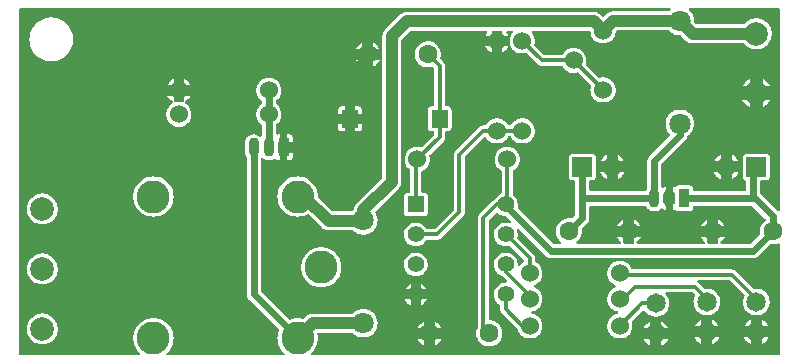
<source format=gtl>
G04 Layer: TopLayer*
G04 EasyEDA v6.5.22, 2023-01-29 20:53:40*
G04 c6a8fbae3ddd42a48997ee186bed8190,ed70181f279245e6aff80281ee7dc86a,10*
G04 Gerber Generator version 0.2*
G04 Scale: 100 percent, Rotated: No, Reflected: No *
G04 Dimensions in millimeters *
G04 leading zeros omitted , absolute positions ,4 integer and 5 decimal *
%FSLAX45Y45*%
%MOMM*%

%ADD10C,0.3000*%
%ADD11C,1.0000*%
%ADD12C,0.6000*%
%ADD13R,1.4000X1.5000*%
%ADD14C,1.6000*%
%ADD15C,1.6510*%
%ADD16R,1.6510X1.6510*%
%ADD17C,1.8000*%
%ADD18C,2.0000*%
%ADD19O,0.8999982X1.5999968*%
%ADD20R,0.9000X1.6000*%
%ADD21C,1.5240*%
%ADD22C,2.7940*%
%ADD23R,1.3970X1.3970*%
%ADD24C,1.3970*%
%ADD25C,0.0123*%

%LPD*%
G36*
X740664Y3230473D02*
G01*
X736752Y3231286D01*
X733501Y3233470D01*
X731266Y3236772D01*
X730504Y3240633D01*
X730504Y6159296D01*
X731266Y6163208D01*
X733501Y6166510D01*
X736752Y6168694D01*
X740664Y6169456D01*
X6238646Y6169456D01*
X6242659Y6168644D01*
X6246063Y6166256D01*
X6248196Y6162700D01*
X6248755Y6158585D01*
X6247638Y6154623D01*
X6244996Y6151422D01*
X6243421Y6150152D01*
X6238138Y6144717D01*
X6234785Y6142431D01*
X6230823Y6141618D01*
X5755487Y6141567D01*
X5743498Y6140246D01*
X5734354Y6137960D01*
X5731865Y6137148D01*
X5723178Y6133541D01*
X5720842Y6132372D01*
X5712764Y6127496D01*
X5710631Y6125972D01*
X5703366Y6119977D01*
X5682030Y6098692D01*
X5678728Y6096508D01*
X5674868Y6095746D01*
X5670956Y6096508D01*
X5667654Y6098692D01*
X5649518Y6116777D01*
X5642254Y6122771D01*
X5640120Y6124295D01*
X5632043Y6129172D01*
X5629706Y6130340D01*
X5621020Y6133947D01*
X5618530Y6134760D01*
X5609386Y6137046D01*
X5597448Y6138367D01*
X4010355Y6138367D01*
X3998417Y6137046D01*
X3989273Y6134760D01*
X3986784Y6133947D01*
X3978097Y6130340D01*
X3975760Y6129172D01*
X3967683Y6124295D01*
X3965549Y6122771D01*
X3958285Y6116777D01*
X3827322Y5985814D01*
X3821328Y5978550D01*
X3819804Y5976416D01*
X3814927Y5968339D01*
X3813759Y5966002D01*
X3810152Y5957316D01*
X3809339Y5954826D01*
X3807053Y5945682D01*
X3805732Y5933744D01*
X3805682Y5821730D01*
X3804970Y5818276D01*
X3805682Y5814669D01*
X3805682Y5742330D01*
X3804970Y5738723D01*
X3805682Y5735269D01*
X3805682Y4736541D01*
X3804920Y4732680D01*
X3802735Y4729378D01*
X3586022Y4512614D01*
X3580028Y4505350D01*
X3578504Y4503216D01*
X3573627Y4495139D01*
X3572459Y4492802D01*
X3568852Y4484116D01*
X3568039Y4481626D01*
X3565855Y4472736D01*
X3564991Y4465269D01*
X3563924Y4461814D01*
X3561740Y4458919D01*
X3558387Y4455871D01*
X3555796Y4452874D01*
X3552342Y4450232D01*
X3548075Y4449318D01*
X3390341Y4449318D01*
X3386480Y4450080D01*
X3383178Y4452264D01*
X3260953Y4574540D01*
X3258820Y4577588D01*
X3257956Y4581194D01*
X3257346Y4592878D01*
X3254552Y4610506D01*
X3249980Y4627676D01*
X3243580Y4644339D01*
X3235502Y4660188D01*
X3225800Y4675124D01*
X3214573Y4688992D01*
X3201974Y4701590D01*
X3188157Y4712766D01*
X3173171Y4722469D01*
X3157321Y4730597D01*
X3140710Y4736947D01*
X3123488Y4741570D01*
X3105912Y4744364D01*
X3088081Y4745278D01*
X3070301Y4744364D01*
X3052724Y4741570D01*
X3035503Y4736947D01*
X3018891Y4730597D01*
X3002991Y4722469D01*
X2988056Y4712766D01*
X2974238Y4701590D01*
X2961640Y4688992D01*
X2950413Y4675124D01*
X2940710Y4660188D01*
X2932633Y4644339D01*
X2926232Y4627676D01*
X2921609Y4610506D01*
X2918815Y4592878D01*
X2917901Y4575098D01*
X2918815Y4557318D01*
X2921609Y4539691D01*
X2926232Y4522520D01*
X2932633Y4505858D01*
X2940710Y4490008D01*
X2950413Y4475073D01*
X2961640Y4461205D01*
X2974238Y4448606D01*
X2988056Y4437430D01*
X3002991Y4427728D01*
X3018891Y4419600D01*
X3035503Y4413250D01*
X3052724Y4408627D01*
X3070301Y4405833D01*
X3088081Y4404918D01*
X3105912Y4405833D01*
X3123488Y4408627D01*
X3140710Y4413250D01*
X3157321Y4419600D01*
X3171139Y4426661D01*
X3175254Y4427778D01*
X3179419Y4427118D01*
X3182924Y4424781D01*
X3297885Y4309922D01*
X3305149Y4303928D01*
X3307283Y4302404D01*
X3315360Y4297527D01*
X3317697Y4296359D01*
X3326384Y4292752D01*
X3328873Y4291939D01*
X3338017Y4289653D01*
X3349955Y4288332D01*
X3554272Y4288282D01*
X3558235Y4287469D01*
X3561537Y4285183D01*
X3563721Y4282948D01*
X3575304Y4273651D01*
X3587902Y4265828D01*
X3601364Y4259630D01*
X3615486Y4255160D01*
X3630117Y4252417D01*
X3644900Y4251502D01*
X3659682Y4252417D01*
X3674313Y4255160D01*
X3688435Y4259630D01*
X3701897Y4265828D01*
X3714496Y4273651D01*
X3726078Y4282948D01*
X3736390Y4293616D01*
X3745331Y4305452D01*
X3752748Y4318304D01*
X3758539Y4331970D01*
X3762603Y4346244D01*
X3764889Y4360875D01*
X3765346Y4375708D01*
X3763975Y4390491D01*
X3760774Y4404969D01*
X3755847Y4418990D01*
X3749243Y4432249D01*
X3747465Y4434890D01*
X3746093Y4438091D01*
X3745839Y4441545D01*
X3746754Y4444898D01*
X3748786Y4447692D01*
X3945077Y4644085D01*
X3951071Y4651349D01*
X3952595Y4653483D01*
X3957472Y4661560D01*
X3958640Y4663897D01*
X3962247Y4672584D01*
X3963060Y4675073D01*
X3965346Y4684217D01*
X3966667Y4696155D01*
X3966718Y5893358D01*
X3967479Y5897219D01*
X3969664Y5900521D01*
X4043578Y5974435D01*
X4046880Y5976620D01*
X4050741Y5977382D01*
X4685385Y5977382D01*
X4689144Y5976670D01*
X4692396Y5974588D01*
X4694631Y5971438D01*
X4695494Y5967679D01*
X4694936Y5963869D01*
X4693005Y5960516D01*
X4690567Y5957722D01*
X4682794Y5946140D01*
X4678426Y5937250D01*
X4730750Y5937250D01*
X4730750Y5967222D01*
X4731512Y5971133D01*
X4733747Y5974435D01*
X4736998Y5976620D01*
X4740910Y5977382D01*
X4809490Y5977382D01*
X4813401Y5976620D01*
X4816652Y5974435D01*
X4818888Y5971133D01*
X4819650Y5967222D01*
X4819650Y5937250D01*
X4871974Y5937250D01*
X4867605Y5946140D01*
X4859832Y5957722D01*
X4857394Y5960516D01*
X4855464Y5963869D01*
X4854905Y5967679D01*
X4855768Y5971438D01*
X4858004Y5974588D01*
X4861255Y5976670D01*
X4865014Y5977382D01*
X4901285Y5977382D01*
X4905044Y5976670D01*
X4908296Y5974588D01*
X4910531Y5971438D01*
X4911394Y5967679D01*
X4910836Y5963869D01*
X4908905Y5960516D01*
X4906467Y5957722D01*
X4898694Y5946140D01*
X4892243Y5933084D01*
X4889246Y5929528D01*
X4889754Y5927598D01*
X4889195Y5923838D01*
X4888026Y5920435D01*
X4885334Y5906719D01*
X4884420Y5892800D01*
X4885334Y5878880D01*
X4888026Y5865164D01*
X4889195Y5861761D01*
X4889754Y5858002D01*
X4889449Y5856020D01*
X4892243Y5852515D01*
X4898694Y5839460D01*
X4906467Y5827877D01*
X4915662Y5817362D01*
X4926177Y5808167D01*
X4937760Y5800394D01*
X4950256Y5794248D01*
X4963464Y5789726D01*
X4977180Y5787034D01*
X4991100Y5786120D01*
X5005019Y5787034D01*
X5018735Y5789726D01*
X5021021Y5790539D01*
X5024729Y5791047D01*
X5028336Y5790184D01*
X5031435Y5788101D01*
X5125262Y5694324D01*
X5132273Y5689041D01*
X5139740Y5685332D01*
X5147818Y5683046D01*
X5156657Y5682183D01*
X5322316Y5682183D01*
X5325973Y5681522D01*
X5329174Y5679541D01*
X5331409Y5676544D01*
X5332476Y5674360D01*
X5340248Y5662777D01*
X5349443Y5652262D01*
X5359958Y5643067D01*
X5371541Y5635294D01*
X5384038Y5629148D01*
X5397296Y5624677D01*
X5410962Y5621934D01*
X5424881Y5621020D01*
X5438800Y5621934D01*
X5452516Y5624677D01*
X5454802Y5625439D01*
X5458510Y5625998D01*
X5462168Y5625134D01*
X5465267Y5623001D01*
X5570169Y5518099D01*
X5572302Y5515000D01*
X5573166Y5511342D01*
X5572607Y5507634D01*
X5571845Y5505297D01*
X5569102Y5491632D01*
X5568188Y5477713D01*
X5569102Y5463794D01*
X5571845Y5450078D01*
X5576316Y5436870D01*
X5582513Y5424373D01*
X5590235Y5412740D01*
X5599430Y5402275D01*
X5609945Y5393080D01*
X5621528Y5385308D01*
X5634075Y5379110D01*
X5647283Y5374640D01*
X5660948Y5371947D01*
X5674868Y5371033D01*
X5688838Y5371947D01*
X5702503Y5374640D01*
X5715711Y5379110D01*
X5728208Y5385308D01*
X5739841Y5393080D01*
X5750306Y5402275D01*
X5759551Y5412740D01*
X5767273Y5424373D01*
X5773470Y5436870D01*
X5777941Y5450078D01*
X5780684Y5463794D01*
X5781598Y5477713D01*
X5780684Y5491632D01*
X5777941Y5505297D01*
X5773470Y5518505D01*
X5767273Y5531053D01*
X5759551Y5542635D01*
X5750306Y5553151D01*
X5739841Y5562346D01*
X5728208Y5570118D01*
X5715711Y5576265D01*
X5702503Y5580735D01*
X5688838Y5583478D01*
X5674868Y5584393D01*
X5660948Y5583478D01*
X5647283Y5580735D01*
X5644997Y5579973D01*
X5641289Y5579465D01*
X5637682Y5580329D01*
X5634583Y5582412D01*
X5529580Y5687364D01*
X5527497Y5690463D01*
X5526633Y5694121D01*
X5527192Y5697829D01*
X5527954Y5700115D01*
X5530646Y5713780D01*
X5531561Y5727700D01*
X5530646Y5741619D01*
X5527954Y5755335D01*
X5523433Y5768543D01*
X5517286Y5781040D01*
X5509514Y5792673D01*
X5500319Y5803138D01*
X5489854Y5812332D01*
X5478221Y5820105D01*
X5465724Y5826302D01*
X5452516Y5830773D01*
X5438800Y5833465D01*
X5424881Y5834380D01*
X5410962Y5833465D01*
X5397296Y5830773D01*
X5384038Y5826302D01*
X5371541Y5820105D01*
X5359958Y5812332D01*
X5349443Y5803138D01*
X5340248Y5792673D01*
X5332476Y5781040D01*
X5331409Y5778906D01*
X5329174Y5775909D01*
X5325973Y5773928D01*
X5322316Y5773216D01*
X5179263Y5773216D01*
X5175351Y5773978D01*
X5172049Y5776214D01*
X5095798Y5852464D01*
X5093716Y5855563D01*
X5092852Y5859170D01*
X5093360Y5862878D01*
X5094173Y5865164D01*
X5096865Y5878880D01*
X5097780Y5892800D01*
X5096865Y5906719D01*
X5094173Y5920435D01*
X5089652Y5933643D01*
X5083505Y5946140D01*
X5075732Y5957722D01*
X5073294Y5960516D01*
X5071364Y5963869D01*
X5070805Y5967679D01*
X5071668Y5971438D01*
X5073904Y5974588D01*
X5077155Y5976670D01*
X5080914Y5977382D01*
X5557062Y5977382D01*
X5560923Y5976620D01*
X5564225Y5974435D01*
X5566003Y5972657D01*
X5568086Y5969660D01*
X5568950Y5966104D01*
X5569102Y5963767D01*
X5571845Y5950102D01*
X5576316Y5936894D01*
X5582513Y5924346D01*
X5590235Y5912764D01*
X5599430Y5902248D01*
X5609945Y5893054D01*
X5621528Y5885281D01*
X5634075Y5879134D01*
X5647283Y5874664D01*
X5660948Y5871921D01*
X5674868Y5871006D01*
X5688838Y5871921D01*
X5702503Y5874664D01*
X5715711Y5879134D01*
X5728208Y5885281D01*
X5739841Y5893054D01*
X5750306Y5902248D01*
X5759551Y5912764D01*
X5767273Y5924346D01*
X5773470Y5936894D01*
X5777941Y5950102D01*
X5780684Y5963767D01*
X5780836Y5966206D01*
X5781700Y5969762D01*
X5783783Y5972759D01*
X5788660Y5977636D01*
X5791962Y5979820D01*
X5795822Y5980582D01*
X6230569Y5980582D01*
X6234226Y5979922D01*
X6237427Y5977940D01*
X6249060Y5967222D01*
X6261150Y5958687D01*
X6274257Y5951626D01*
X6288074Y5946292D01*
X6302451Y5942685D01*
X6317183Y5940856D01*
X6326784Y5940856D01*
X6330696Y5940094D01*
X6333998Y5937859D01*
X6378041Y5893866D01*
X6385306Y5887872D01*
X6387439Y5886348D01*
X6395516Y5881471D01*
X6397853Y5880303D01*
X6406540Y5876696D01*
X6409029Y5875883D01*
X6418173Y5873597D01*
X6430111Y5872276D01*
X6864908Y5872226D01*
X6869023Y5871362D01*
X6872427Y5868924D01*
X6881418Y5859119D01*
X6893102Y5849010D01*
X6905955Y5840374D01*
X6919722Y5833313D01*
X6934200Y5827928D01*
X6949236Y5824321D01*
X6964578Y5822492D01*
X6980021Y5822492D01*
X6995363Y5824321D01*
X7010400Y5827928D01*
X7024928Y5833313D01*
X7038644Y5840374D01*
X7051497Y5849010D01*
X7063181Y5859119D01*
X7073646Y5870498D01*
X7082637Y5883097D01*
X7090105Y5896610D01*
X7095896Y5910935D01*
X7100011Y5925870D01*
X7102297Y5941161D01*
X7102754Y5956604D01*
X7101382Y5971997D01*
X7098182Y5987135D01*
X7093203Y6001766D01*
X7086600Y6015736D01*
X7078319Y6028791D01*
X7068566Y6040831D01*
X7057491Y6051600D01*
X7045198Y6060948D01*
X7031888Y6068822D01*
X7017715Y6075070D01*
X7002932Y6079591D01*
X6987743Y6082334D01*
X6972300Y6083249D01*
X6956856Y6082334D01*
X6941667Y6079591D01*
X6926884Y6075070D01*
X6912711Y6068822D01*
X6899402Y6060948D01*
X6887108Y6051600D01*
X6876034Y6040831D01*
X6872935Y6037021D01*
X6869430Y6034227D01*
X6865061Y6033262D01*
X6470497Y6033262D01*
X6466636Y6034024D01*
X6463334Y6036208D01*
X6447993Y6051600D01*
X6445808Y6054750D01*
X6444996Y6058458D01*
X6444589Y6072225D01*
X6442303Y6086906D01*
X6438239Y6101130D01*
X6432448Y6114796D01*
X6425031Y6127648D01*
X6416090Y6139484D01*
X6405778Y6150152D01*
X6404203Y6151422D01*
X6401562Y6154623D01*
X6400444Y6158585D01*
X6401003Y6162700D01*
X6403136Y6166256D01*
X6406540Y6168644D01*
X6410553Y6169456D01*
X7159345Y6169456D01*
X7163206Y6168694D01*
X7166508Y6166510D01*
X7168692Y6163208D01*
X7169505Y6159296D01*
X7169505Y4459528D01*
X7168692Y4455617D01*
X7166508Y4452315D01*
X7163206Y4450130D01*
X7159345Y4449368D01*
X7155434Y4450130D01*
X7152131Y4452315D01*
X7006285Y4598162D01*
X7004100Y4601464D01*
X7003338Y4605375D01*
X7003338Y4702759D01*
X7004100Y4706670D01*
X7006285Y4709972D01*
X7009587Y4712157D01*
X7013498Y4712919D01*
X7054342Y4712919D01*
X7060793Y4713579D01*
X7066483Y4715306D01*
X7071766Y4718100D01*
X7076389Y4721910D01*
X7080199Y4726533D01*
X7082993Y4731816D01*
X7084720Y4737506D01*
X7085380Y4743958D01*
X7085380Y4908042D01*
X7084720Y4914493D01*
X7082993Y4920183D01*
X7080199Y4925466D01*
X7076389Y4930089D01*
X7071766Y4933899D01*
X7066483Y4936693D01*
X7060793Y4938420D01*
X7054342Y4939080D01*
X6890258Y4939080D01*
X6883806Y4938420D01*
X6878116Y4936693D01*
X6872833Y4933899D01*
X6868210Y4930089D01*
X6864400Y4925466D01*
X6861606Y4920183D01*
X6859879Y4914493D01*
X6859219Y4908042D01*
X6859219Y4743958D01*
X6859879Y4737506D01*
X6861606Y4731816D01*
X6864400Y4726533D01*
X6868210Y4721910D01*
X6872833Y4718100D01*
X6876948Y4715916D01*
X6879793Y4713681D01*
X6881672Y4710531D01*
X6882333Y4706975D01*
X6882333Y4629962D01*
X6881520Y4626102D01*
X6879336Y4622800D01*
X6876034Y4620564D01*
X6872173Y4619802D01*
X6448348Y4619802D01*
X6444488Y4620564D01*
X6441186Y4622800D01*
X6439001Y4626102D01*
X6438188Y4629962D01*
X6438188Y4638802D01*
X6437579Y4645253D01*
X6435852Y4650943D01*
X6433007Y4656226D01*
X6429248Y4660849D01*
X6424625Y4664608D01*
X6419342Y4667453D01*
X6413652Y4669180D01*
X6407200Y4669790D01*
X6318199Y4669790D01*
X6311747Y4669180D01*
X6306058Y4667453D01*
X6300774Y4664608D01*
X6296152Y4660849D01*
X6293307Y4657344D01*
X6290411Y4654956D01*
X6286906Y4653737D01*
X6283147Y4653889D01*
X6279692Y4655413D01*
X6273444Y4659680D01*
X6264554Y4663948D01*
X6264554Y4605629D01*
X6277051Y4605629D01*
X6280912Y4604867D01*
X6284214Y4602683D01*
X6286398Y4599381D01*
X6287211Y4595469D01*
X6287211Y4523130D01*
X6286398Y4519218D01*
X6284214Y4515916D01*
X6280912Y4513732D01*
X6277051Y4512970D01*
X6264554Y4512970D01*
X6264554Y4454652D01*
X6273444Y4458919D01*
X6279692Y4463186D01*
X6283147Y4464710D01*
X6286906Y4464862D01*
X6290411Y4463643D01*
X6293307Y4461256D01*
X6296152Y4457750D01*
X6300774Y4453991D01*
X6306058Y4451146D01*
X6311747Y4449419D01*
X6318199Y4448810D01*
X6407200Y4448810D01*
X6413652Y4449419D01*
X6419342Y4451146D01*
X6424625Y4453991D01*
X6429248Y4457750D01*
X6433007Y4462373D01*
X6435852Y4467656D01*
X6437579Y4473346D01*
X6438188Y4479798D01*
X6438188Y4488637D01*
X6439001Y4492498D01*
X6441186Y4495800D01*
X6444488Y4498035D01*
X6448348Y4498797D01*
X6930339Y4498797D01*
X6934200Y4498035D01*
X6937502Y4495800D01*
X7048500Y4384802D01*
X7050836Y4381246D01*
X7051497Y4377080D01*
X7050379Y4372965D01*
X7047687Y4369714D01*
X7037730Y4361688D01*
X7027875Y4351528D01*
X7019391Y4340199D01*
X7012431Y4327855D01*
X7007148Y4314698D01*
X7003542Y4301032D01*
X7001764Y4286961D01*
X7001764Y4272838D01*
X7003135Y4262170D01*
X7003034Y4259072D01*
X7002068Y4256176D01*
X7000240Y4253687D01*
X6924802Y4178300D01*
X6921500Y4176064D01*
X6917639Y4175302D01*
X6679082Y4175302D01*
X6675120Y4176115D01*
X6671818Y4178401D01*
X6669633Y4181805D01*
X6668973Y4185818D01*
X6669887Y4189729D01*
X6672275Y4192981D01*
X6683349Y4203039D01*
X6692544Y4213809D01*
X6700266Y4225696D01*
X6704075Y4233570D01*
X6650329Y4233570D01*
X6650329Y4185462D01*
X6649567Y4181601D01*
X6647383Y4178300D01*
X6644081Y4176064D01*
X6640169Y4175302D01*
X6567830Y4175302D01*
X6563918Y4176064D01*
X6560616Y4178300D01*
X6558432Y4181601D01*
X6557670Y4185462D01*
X6557670Y4233570D01*
X6503822Y4233570D01*
X6504431Y4231944D01*
X6511391Y4219600D01*
X6519875Y4208272D01*
X6529730Y4198112D01*
X6535623Y4193387D01*
X6538264Y4190237D01*
X6539382Y4186224D01*
X6538874Y4182110D01*
X6536740Y4178554D01*
X6533337Y4176166D01*
X6529273Y4175302D01*
X5967882Y4175302D01*
X5963920Y4176115D01*
X5960618Y4178401D01*
X5958433Y4181805D01*
X5957773Y4185818D01*
X5958687Y4189729D01*
X5961075Y4192981D01*
X5972149Y4203039D01*
X5981344Y4213809D01*
X5989066Y4225696D01*
X5992876Y4233570D01*
X5939129Y4233570D01*
X5939129Y4185462D01*
X5938367Y4181601D01*
X5936183Y4178300D01*
X5932881Y4176064D01*
X5928969Y4175302D01*
X5856630Y4175302D01*
X5852718Y4176064D01*
X5849416Y4178300D01*
X5847232Y4181601D01*
X5846470Y4185462D01*
X5846470Y4233570D01*
X5792622Y4233570D01*
X5793232Y4231944D01*
X5800191Y4219600D01*
X5808675Y4208272D01*
X5818530Y4198112D01*
X5824423Y4193387D01*
X5827064Y4190237D01*
X5828182Y4186224D01*
X5827674Y4182110D01*
X5825540Y4178554D01*
X5822137Y4176166D01*
X5818073Y4175302D01*
X5459882Y4175302D01*
X5455920Y4176115D01*
X5452618Y4178401D01*
X5450433Y4181805D01*
X5449773Y4185818D01*
X5450687Y4189729D01*
X5453075Y4192981D01*
X5464149Y4203039D01*
X5473344Y4213809D01*
X5481066Y4225696D01*
X5487212Y4238447D01*
X5491683Y4251858D01*
X5494375Y4265777D01*
X5495290Y4279900D01*
X5494375Y4294022D01*
X5493816Y4296968D01*
X5493715Y4300270D01*
X5494680Y4303420D01*
X5496610Y4306112D01*
X5541670Y4351172D01*
X5548223Y4358894D01*
X5553354Y4367428D01*
X5556402Y4374743D01*
X5558790Y4384446D01*
X5559094Y4386529D01*
X5559602Y4394504D01*
X5559602Y4488637D01*
X5560364Y4492498D01*
X5562600Y4495800D01*
X5565902Y4498035D01*
X5569762Y4498797D01*
X6030925Y4498797D01*
X6034887Y4497984D01*
X6038189Y4495749D01*
X6046317Y4481779D01*
X6053378Y4472940D01*
X6061659Y4465269D01*
X6070955Y4458919D01*
X6081115Y4454042D01*
X6091885Y4450689D01*
X6103061Y4449013D01*
X6114338Y4449013D01*
X6125514Y4450689D01*
X6136284Y4454042D01*
X6146444Y4458919D01*
X6155740Y4465269D01*
X6164580Y4473498D01*
X6167780Y4475480D01*
X6172911Y4476191D01*
X6176619Y4475480D01*
X6179820Y4473498D01*
X6188659Y4465269D01*
X6197955Y4458919D01*
X6206845Y4454652D01*
X6206845Y4512970D01*
X6194298Y4512970D01*
X6190234Y4513783D01*
X6186830Y4516221D01*
X6184696Y4519777D01*
X6184188Y4524705D01*
X6184188Y4593894D01*
X6184696Y4598822D01*
X6186830Y4602378D01*
X6190234Y4604816D01*
X6194298Y4605629D01*
X6206845Y4605629D01*
X6206845Y4663948D01*
X6197955Y4659680D01*
X6188659Y4653330D01*
X6186271Y4651146D01*
X6182969Y4649063D01*
X6179108Y4648403D01*
X6175298Y4649266D01*
X6172098Y4651451D01*
X6169964Y4654753D01*
X6169202Y4658563D01*
X6169202Y4847539D01*
X6169964Y4851400D01*
X6172200Y4854702D01*
X6367170Y5049672D01*
X6373723Y5057394D01*
X6378854Y5065928D01*
X6381902Y5073243D01*
X6384290Y5082844D01*
X6385712Y5086197D01*
X6388303Y5088839D01*
X6400139Y5097221D01*
X6411112Y5107228D01*
X6420764Y5118506D01*
X6428943Y5130850D01*
X6435547Y5144109D01*
X6440474Y5158130D01*
X6443675Y5172608D01*
X6445046Y5187391D01*
X6444589Y5202224D01*
X6442303Y5216855D01*
X6438239Y5231130D01*
X6432448Y5244795D01*
X6425031Y5257647D01*
X6416090Y5269484D01*
X6405778Y5280152D01*
X6394196Y5289448D01*
X6381597Y5297220D01*
X6368135Y5303469D01*
X6354013Y5307939D01*
X6339382Y5310682D01*
X6324600Y5311597D01*
X6309817Y5310682D01*
X6295186Y5307939D01*
X6281064Y5303469D01*
X6267602Y5297220D01*
X6255004Y5289448D01*
X6243421Y5280152D01*
X6233109Y5269484D01*
X6224168Y5257647D01*
X6216751Y5244795D01*
X6210960Y5231130D01*
X6206896Y5216855D01*
X6204610Y5202224D01*
X6204153Y5187391D01*
X6205524Y5172608D01*
X6208725Y5158130D01*
X6213652Y5144109D01*
X6220256Y5130850D01*
X6228435Y5118506D01*
X6238341Y5107025D01*
X6240729Y5103723D01*
X6241643Y5099761D01*
X6240881Y5095748D01*
X6238646Y5092344D01*
X6066129Y4919827D01*
X6059576Y4912106D01*
X6054445Y4903571D01*
X6051397Y4896256D01*
X6049010Y4886553D01*
X6048705Y4884470D01*
X6048197Y4876495D01*
X6048197Y4642713D01*
X6047841Y4640072D01*
X6046825Y4637582D01*
X6038189Y4622850D01*
X6034887Y4620615D01*
X6030925Y4619802D01*
X5569762Y4619802D01*
X5565902Y4620564D01*
X5562600Y4622800D01*
X5560364Y4626102D01*
X5559602Y4629962D01*
X5559602Y4702759D01*
X5560364Y4706670D01*
X5562600Y4709972D01*
X5565902Y4712157D01*
X5569762Y4712919D01*
X5581142Y4712919D01*
X5587593Y4713579D01*
X5593283Y4715306D01*
X5598566Y4718100D01*
X5603189Y4721910D01*
X5606999Y4726533D01*
X5609793Y4731816D01*
X5611520Y4737506D01*
X5612180Y4743958D01*
X5612180Y4908042D01*
X5611520Y4914493D01*
X5609793Y4920183D01*
X5606999Y4925466D01*
X5603189Y4930089D01*
X5598566Y4933899D01*
X5593283Y4936693D01*
X5587593Y4938420D01*
X5581142Y4939080D01*
X5417058Y4939080D01*
X5410606Y4938420D01*
X5404916Y4936693D01*
X5399633Y4933899D01*
X5395010Y4930089D01*
X5391200Y4925466D01*
X5388406Y4920183D01*
X5386679Y4914493D01*
X5386019Y4908042D01*
X5386019Y4743958D01*
X5386679Y4737506D01*
X5388406Y4731816D01*
X5391200Y4726533D01*
X5395010Y4721910D01*
X5399633Y4718100D01*
X5404916Y4715306D01*
X5410606Y4713579D01*
X5417058Y4712919D01*
X5428437Y4712919D01*
X5432298Y4712157D01*
X5435600Y4709972D01*
X5437835Y4706670D01*
X5438597Y4702759D01*
X5438597Y4423460D01*
X5437835Y4419600D01*
X5435600Y4416298D01*
X5411165Y4391863D01*
X5407406Y4389475D01*
X5403037Y4388916D01*
X5388356Y4390339D01*
X5374182Y4389882D01*
X5360212Y4387596D01*
X5346649Y4383582D01*
X5333695Y4377842D01*
X5321604Y4370527D01*
X5310530Y4361688D01*
X5300675Y4351528D01*
X5292191Y4340199D01*
X5285232Y4327855D01*
X5279948Y4314698D01*
X5276342Y4301032D01*
X5274564Y4286961D01*
X5274564Y4272838D01*
X5276342Y4258767D01*
X5279948Y4245102D01*
X5285232Y4231944D01*
X5292191Y4219600D01*
X5300675Y4208272D01*
X5310530Y4198112D01*
X5316423Y4193387D01*
X5319064Y4190237D01*
X5320182Y4186224D01*
X5319674Y4182110D01*
X5317540Y4178554D01*
X5314137Y4176166D01*
X5310073Y4175302D01*
X5261660Y4175302D01*
X5257800Y4176064D01*
X5254498Y4178300D01*
X4952492Y4480255D01*
X4950612Y4482896D01*
X4949647Y4485944D01*
X4949647Y4489145D01*
X4951222Y4498441D01*
X4951679Y4511852D01*
X4950358Y4525213D01*
X4947208Y4538218D01*
X4942433Y4550714D01*
X4935982Y4562500D01*
X4928006Y4573270D01*
X4918710Y4582922D01*
X4913477Y4587036D01*
X4911394Y4589272D01*
X4910074Y4592015D01*
X4909616Y4595012D01*
X4909616Y4786934D01*
X4910277Y4790592D01*
X4912258Y4793792D01*
X4915255Y4796028D01*
X4917440Y4797094D01*
X4929022Y4804867D01*
X4939538Y4814062D01*
X4948732Y4824577D01*
X4956505Y4836160D01*
X4962652Y4848656D01*
X4967173Y4861864D01*
X4969865Y4875580D01*
X4970780Y4889500D01*
X4969865Y4903419D01*
X4967173Y4917135D01*
X4962652Y4930343D01*
X4956505Y4942840D01*
X4948732Y4954422D01*
X4939538Y4964938D01*
X4929022Y4974132D01*
X4917440Y4981905D01*
X4904943Y4988052D01*
X4891735Y4992573D01*
X4878019Y4995265D01*
X4864100Y4996180D01*
X4850180Y4995265D01*
X4836464Y4992573D01*
X4823256Y4988052D01*
X4810760Y4981905D01*
X4799177Y4974132D01*
X4788662Y4964938D01*
X4779467Y4954422D01*
X4771694Y4942840D01*
X4765548Y4930343D01*
X4761026Y4917135D01*
X4758334Y4903419D01*
X4757420Y4889500D01*
X4758334Y4875580D01*
X4761026Y4861864D01*
X4765548Y4848656D01*
X4771694Y4836160D01*
X4779467Y4824577D01*
X4788662Y4814062D01*
X4799177Y4804867D01*
X4810760Y4797094D01*
X4812944Y4796028D01*
X4815941Y4793792D01*
X4817922Y4790592D01*
X4818583Y4786934D01*
X4818583Y4610049D01*
X4817821Y4606188D01*
X4815636Y4602886D01*
X4812385Y4600702D01*
X4806137Y4598060D01*
X4794605Y4591202D01*
X4784090Y4582922D01*
X4774793Y4573270D01*
X4766818Y4562500D01*
X4762652Y4554880D01*
X4760264Y4551984D01*
X4749495Y4545990D01*
X4742688Y4540351D01*
X4627524Y4425086D01*
X4622241Y4418126D01*
X4618482Y4410608D01*
X4616196Y4402531D01*
X4615383Y4393742D01*
X4615383Y3472637D01*
X4615078Y3470097D01*
X4614062Y3467658D01*
X4612132Y3464255D01*
X4606848Y3451098D01*
X4603242Y3437432D01*
X4601464Y3423361D01*
X4601464Y3409238D01*
X4603242Y3395167D01*
X4606848Y3381501D01*
X4612132Y3368344D01*
X4619091Y3356000D01*
X4627575Y3344672D01*
X4637430Y3334512D01*
X4648504Y3325672D01*
X4660595Y3318357D01*
X4673549Y3312617D01*
X4687112Y3308604D01*
X4701082Y3306318D01*
X4715256Y3305860D01*
X4729327Y3307232D01*
X4743145Y3310382D01*
X4756404Y3315258D01*
X4768951Y3321812D01*
X4780584Y3329940D01*
X4791049Y3339439D01*
X4800244Y3350209D01*
X4807966Y3362096D01*
X4814112Y3374847D01*
X4818583Y3388258D01*
X4821275Y3402177D01*
X4822190Y3416300D01*
X4821275Y3430422D01*
X4818583Y3444341D01*
X4814112Y3457752D01*
X4807966Y3470503D01*
X4800244Y3482390D01*
X4791049Y3493160D01*
X4780584Y3502660D01*
X4768951Y3510787D01*
X4756404Y3517341D01*
X4743145Y3522218D01*
X4729327Y3525367D01*
X4715611Y3526688D01*
X4712004Y3527704D01*
X4709058Y3529990D01*
X4707077Y3533140D01*
X4706416Y3536797D01*
X4706416Y4371136D01*
X4707178Y4375048D01*
X4709363Y4378350D01*
X4767478Y4436414D01*
X4770628Y4438548D01*
X4774387Y4439361D01*
X4778197Y4438751D01*
X4781448Y4436770D01*
X4789220Y4429760D01*
X4800244Y4422190D01*
X4812233Y4416145D01*
X4824882Y4411726D01*
X4838039Y4409084D01*
X4849825Y4408271D01*
X4853330Y4407408D01*
X4856327Y4405325D01*
X4896053Y4365548D01*
X4898288Y4362246D01*
X4899050Y4358335D01*
X4898237Y4354474D01*
X4896002Y4351172D01*
X4892700Y4348988D01*
X4888788Y4348226D01*
X4871364Y4352848D01*
X4858105Y4354626D01*
X4844694Y4354626D01*
X4831435Y4352848D01*
X4818481Y4349292D01*
X4806137Y4344060D01*
X4794605Y4337202D01*
X4784090Y4328922D01*
X4774793Y4319270D01*
X4766818Y4308500D01*
X4760366Y4296714D01*
X4755591Y4284218D01*
X4752441Y4271213D01*
X4751120Y4257852D01*
X4751578Y4244441D01*
X4753813Y4231233D01*
X4757775Y4218432D01*
X4763414Y4206290D01*
X4770628Y4194962D01*
X4779264Y4184751D01*
X4789220Y4175760D01*
X4800244Y4168190D01*
X4812233Y4162145D01*
X4824882Y4157726D01*
X4838039Y4155084D01*
X4851400Y4154170D01*
X4864760Y4155084D01*
X4877460Y4157624D01*
X4880813Y4157776D01*
X4883962Y4156811D01*
X4886655Y4154881D01*
X5006136Y4035450D01*
X5008321Y4032148D01*
X5009083Y4026865D01*
X5008422Y4023207D01*
X5006441Y4020007D01*
X5003444Y4017772D01*
X5001260Y4016705D01*
X4989677Y4008932D01*
X4979162Y3999737D01*
X4969205Y3988257D01*
X4965903Y3985768D01*
X4961890Y3984802D01*
X4957826Y3985463D01*
X4954371Y3987749D01*
X4952085Y3991203D01*
X4951374Y3995267D01*
X4951679Y4003852D01*
X4950358Y4017213D01*
X4947208Y4030218D01*
X4942433Y4042714D01*
X4935982Y4054500D01*
X4928006Y4065270D01*
X4918710Y4074922D01*
X4908194Y4083202D01*
X4896662Y4090060D01*
X4884318Y4095292D01*
X4871364Y4098848D01*
X4858105Y4100626D01*
X4844694Y4100626D01*
X4831435Y4098848D01*
X4818481Y4095292D01*
X4806137Y4090060D01*
X4794605Y4083202D01*
X4784090Y4074922D01*
X4774793Y4065270D01*
X4766818Y4054500D01*
X4760366Y4042714D01*
X4755591Y4030218D01*
X4752441Y4017213D01*
X4751120Y4003852D01*
X4751578Y3990441D01*
X4753813Y3977233D01*
X4757775Y3964432D01*
X4763414Y3952290D01*
X4770628Y3940962D01*
X4779264Y3930751D01*
X4789220Y3921760D01*
X4800244Y3914190D01*
X4812233Y3908145D01*
X4817719Y3905961D01*
X4819548Y3904538D01*
X4860086Y3863949D01*
X4862271Y3860647D01*
X4863084Y3856786D01*
X4862271Y3852875D01*
X4860086Y3849573D01*
X4856784Y3847388D01*
X4852924Y3846626D01*
X4844694Y3846626D01*
X4831435Y3844848D01*
X4818481Y3841292D01*
X4806137Y3836060D01*
X4794605Y3829202D01*
X4784090Y3820922D01*
X4774793Y3811270D01*
X4766818Y3800500D01*
X4760366Y3788714D01*
X4755591Y3776218D01*
X4752441Y3763213D01*
X4751120Y3749852D01*
X4751578Y3736441D01*
X4753813Y3723233D01*
X4757775Y3710432D01*
X4763414Y3698290D01*
X4770628Y3686962D01*
X4779264Y3676751D01*
X4789220Y3667760D01*
X4803292Y3657904D01*
X4805222Y3654755D01*
X4805883Y3651097D01*
X4805934Y3617772D01*
X4807153Y3609086D01*
X4809794Y3601161D01*
X4813909Y3593795D01*
X4819548Y3586987D01*
X4948682Y3457854D01*
X4950460Y3455466D01*
X4956048Y3438956D01*
X4962194Y3426460D01*
X4969967Y3414877D01*
X4979162Y3404362D01*
X4989677Y3395167D01*
X5001260Y3387394D01*
X5013756Y3381248D01*
X5026964Y3376726D01*
X5040680Y3374034D01*
X5054600Y3373120D01*
X5068519Y3374034D01*
X5082235Y3376726D01*
X5095443Y3381248D01*
X5107940Y3387394D01*
X5119522Y3395167D01*
X5130038Y3404362D01*
X5139232Y3414877D01*
X5147005Y3426460D01*
X5153152Y3438956D01*
X5157673Y3452164D01*
X5160365Y3465880D01*
X5161280Y3479800D01*
X5160365Y3493719D01*
X5157673Y3507435D01*
X5153152Y3520643D01*
X5147005Y3533140D01*
X5139232Y3544722D01*
X5130038Y3555237D01*
X5119522Y3564432D01*
X5107940Y3572205D01*
X5095443Y3578351D01*
X5082235Y3582873D01*
X5075732Y3584143D01*
X5072075Y3585667D01*
X5069281Y3588461D01*
X5067757Y3592118D01*
X5067757Y3596081D01*
X5069281Y3599738D01*
X5072075Y3602532D01*
X5075732Y3604056D01*
X5082235Y3605326D01*
X5095443Y3609848D01*
X5107940Y3615994D01*
X5119522Y3623767D01*
X5130038Y3632962D01*
X5139232Y3643477D01*
X5147005Y3655060D01*
X5153152Y3667556D01*
X5157673Y3680764D01*
X5160365Y3694480D01*
X5161280Y3708400D01*
X5160365Y3722319D01*
X5157673Y3736035D01*
X5153152Y3749243D01*
X5147005Y3761740D01*
X5139232Y3773322D01*
X5130038Y3783837D01*
X5119522Y3793032D01*
X5107940Y3800805D01*
X5094884Y3807256D01*
X5091379Y3810050D01*
X5089448Y3814114D01*
X5089448Y3818585D01*
X5091379Y3822649D01*
X5094884Y3825443D01*
X5107940Y3831894D01*
X5119522Y3839667D01*
X5130038Y3848862D01*
X5139232Y3859377D01*
X5147005Y3870960D01*
X5153152Y3883456D01*
X5157673Y3896664D01*
X5160365Y3910380D01*
X5161280Y3924300D01*
X5160365Y3938219D01*
X5157673Y3951935D01*
X5153152Y3965143D01*
X5147005Y3977640D01*
X5139232Y3989222D01*
X5130038Y3999737D01*
X5119522Y4008932D01*
X5107940Y4016705D01*
X5105755Y4017772D01*
X5102758Y4020007D01*
X5100777Y4023207D01*
X5100116Y4026865D01*
X5100066Y4053027D01*
X5098846Y4061714D01*
X5096205Y4069638D01*
X5092090Y4077004D01*
X5086451Y4083812D01*
X4950968Y4219295D01*
X4948885Y4222292D01*
X4948021Y4225848D01*
X4951222Y4244441D01*
X4951679Y4257852D01*
X4950358Y4271213D01*
X4947208Y4284218D01*
X4945532Y4288586D01*
X4944872Y4292447D01*
X4945735Y4296257D01*
X4947970Y4299508D01*
X4951272Y4301642D01*
X4955133Y4302404D01*
X4958943Y4301591D01*
X4962245Y4299407D01*
X5189372Y4072229D01*
X5197094Y4065676D01*
X5205628Y4060545D01*
X5212943Y4057497D01*
X5222646Y4055110D01*
X5224729Y4054805D01*
X5232704Y4054297D01*
X6946595Y4054297D01*
X6954570Y4054805D01*
X6956653Y4055110D01*
X6966356Y4057497D01*
X6973671Y4060545D01*
X6982206Y4065676D01*
X6989927Y4072229D01*
X7085838Y4168190D01*
X7088428Y4170019D01*
X7091476Y4171035D01*
X7094626Y4171035D01*
X7101382Y4169918D01*
X7115556Y4169460D01*
X7129627Y4170832D01*
X7143445Y4173982D01*
X7155789Y4178554D01*
X7159650Y4179163D01*
X7163409Y4178300D01*
X7166609Y4176064D01*
X7168743Y4172813D01*
X7169505Y4169003D01*
X7169505Y3240633D01*
X7168692Y3236772D01*
X7166508Y3233470D01*
X7163206Y3231286D01*
X7159345Y3230473D01*
X3208274Y3230473D01*
X3204413Y3231286D01*
X3201111Y3233470D01*
X3198876Y3236772D01*
X3198114Y3240684D01*
X3198926Y3244596D01*
X3201111Y3247847D01*
X3214573Y3261207D01*
X3225800Y3275076D01*
X3235502Y3290011D01*
X3243580Y3305860D01*
X3249980Y3322523D01*
X3254552Y3339693D01*
X3257346Y3357321D01*
X3258312Y3375101D01*
X3257346Y3392881D01*
X3254705Y3409746D01*
X3254959Y3414064D01*
X3256991Y3417925D01*
X3260496Y3420567D01*
X3264712Y3421481D01*
X3551123Y3421481D01*
X3555085Y3420668D01*
X3558438Y3418382D01*
X3563721Y3412947D01*
X3575304Y3403650D01*
X3587902Y3395827D01*
X3601364Y3389629D01*
X3615486Y3385159D01*
X3630117Y3382416D01*
X3644900Y3381501D01*
X3659682Y3382416D01*
X3674313Y3385159D01*
X3688435Y3389629D01*
X3701897Y3395827D01*
X3714496Y3403650D01*
X3726078Y3412947D01*
X3736390Y3423615D01*
X3745331Y3435451D01*
X3752748Y3448304D01*
X3758539Y3461969D01*
X3762603Y3476193D01*
X3764889Y3490874D01*
X3765346Y3505708D01*
X3763975Y3520490D01*
X3760774Y3534968D01*
X3755847Y3548938D01*
X3749243Y3562248D01*
X3741064Y3574592D01*
X3731412Y3585870D01*
X3720439Y3595878D01*
X3708349Y3604412D01*
X3695242Y3611473D01*
X3681425Y3616807D01*
X3667048Y3620414D01*
X3652316Y3622243D01*
X3637483Y3622243D01*
X3622751Y3620414D01*
X3608374Y3616807D01*
X3594557Y3611473D01*
X3581450Y3604412D01*
X3569360Y3595878D01*
X3557727Y3585159D01*
X3554526Y3583178D01*
X3550869Y3582517D01*
X3212185Y3582466D01*
X3200247Y3581146D01*
X3191103Y3578860D01*
X3188614Y3578047D01*
X3179927Y3574440D01*
X3177540Y3573272D01*
X3169513Y3568395D01*
X3167329Y3566871D01*
X3160115Y3560876D01*
X3141218Y3542080D01*
X3138322Y3540048D01*
X3134918Y3539134D01*
X3131413Y3539439D01*
X3123488Y3541572D01*
X3105912Y3544366D01*
X3088081Y3545281D01*
X3070301Y3544366D01*
X3052724Y3541572D01*
X3035503Y3536950D01*
X3024530Y3532733D01*
X3020720Y3532073D01*
X3016910Y3532886D01*
X3013710Y3535070D01*
X2781300Y3767480D01*
X2779064Y3770782D01*
X2778302Y3774694D01*
X2778302Y4891836D01*
X2779064Y4895646D01*
X2781198Y4898948D01*
X2784398Y4901133D01*
X2788208Y4901996D01*
X2792069Y4901336D01*
X2795371Y4899253D01*
X2797759Y4897069D01*
X2807055Y4890719D01*
X2817215Y4885842D01*
X2827985Y4882489D01*
X2839161Y4880813D01*
X2850438Y4880813D01*
X2861614Y4882489D01*
X2872384Y4885842D01*
X2882544Y4890719D01*
X2888792Y4894986D01*
X2892247Y4896510D01*
X2896006Y4896662D01*
X2899511Y4895443D01*
X2902407Y4893056D01*
X2905252Y4889550D01*
X2909874Y4885791D01*
X2915158Y4882946D01*
X2920847Y4881219D01*
X2927299Y4880610D01*
X2942945Y4880610D01*
X2942945Y4944770D01*
X2930398Y4944770D01*
X2926334Y4945583D01*
X2922930Y4948021D01*
X2920796Y4951577D01*
X2920288Y4956505D01*
X2920288Y5025694D01*
X2920796Y5030622D01*
X2922930Y5034178D01*
X2926334Y5036616D01*
X2930398Y5037429D01*
X2942945Y5037429D01*
X2942945Y5101590D01*
X2927299Y5101590D01*
X2920847Y5100980D01*
X2918409Y5100218D01*
X2914650Y5099812D01*
X2911043Y5100828D01*
X2907995Y5103063D01*
X2906014Y5106263D01*
X2905302Y5109972D01*
X2905302Y5177485D01*
X2906217Y5181701D01*
X2908808Y5185156D01*
X2920238Y5195062D01*
X2929432Y5205577D01*
X2937205Y5217160D01*
X2943352Y5229656D01*
X2947873Y5242864D01*
X2950565Y5256580D01*
X2951480Y5270500D01*
X2950565Y5284419D01*
X2947873Y5298135D01*
X2943352Y5311343D01*
X2937205Y5323840D01*
X2929432Y5335422D01*
X2920238Y5345938D01*
X2908808Y5355844D01*
X2906217Y5359298D01*
X2905302Y5363514D01*
X2905302Y5380685D01*
X2906217Y5384901D01*
X2908808Y5388356D01*
X2920238Y5398262D01*
X2929432Y5408777D01*
X2937205Y5420360D01*
X2943352Y5432856D01*
X2947873Y5446064D01*
X2950565Y5459780D01*
X2951480Y5473700D01*
X2950565Y5487619D01*
X2947873Y5501335D01*
X2943352Y5514543D01*
X2937205Y5527040D01*
X2929432Y5538622D01*
X2920238Y5549138D01*
X2909722Y5558332D01*
X2898140Y5566105D01*
X2885643Y5572252D01*
X2872435Y5576773D01*
X2858719Y5579465D01*
X2844800Y5580380D01*
X2830880Y5579465D01*
X2817164Y5576773D01*
X2803956Y5572252D01*
X2791460Y5566105D01*
X2779877Y5558332D01*
X2769362Y5549138D01*
X2760167Y5538622D01*
X2752394Y5527040D01*
X2746248Y5514543D01*
X2741726Y5501335D01*
X2739034Y5487619D01*
X2738120Y5473700D01*
X2739034Y5459780D01*
X2741726Y5446064D01*
X2746248Y5432856D01*
X2752394Y5420360D01*
X2760167Y5408777D01*
X2769362Y5398262D01*
X2780792Y5388356D01*
X2783382Y5384901D01*
X2784297Y5380685D01*
X2784297Y5363514D01*
X2783382Y5359298D01*
X2780792Y5355844D01*
X2769362Y5345938D01*
X2760167Y5335422D01*
X2752394Y5323840D01*
X2746248Y5311343D01*
X2741726Y5298135D01*
X2739034Y5284419D01*
X2738120Y5270500D01*
X2739034Y5256580D01*
X2741726Y5242864D01*
X2746248Y5229656D01*
X2752394Y5217160D01*
X2760167Y5205577D01*
X2769362Y5195062D01*
X2780792Y5185156D01*
X2783382Y5181701D01*
X2784297Y5177485D01*
X2784297Y5090363D01*
X2783535Y5086553D01*
X2781401Y5083251D01*
X2778201Y5081066D01*
X2774391Y5080203D01*
X2770530Y5080863D01*
X2767228Y5082946D01*
X2764840Y5085130D01*
X2755544Y5091480D01*
X2745384Y5096357D01*
X2734614Y5099710D01*
X2723438Y5101386D01*
X2712161Y5101386D01*
X2700985Y5099710D01*
X2690215Y5096357D01*
X2680055Y5091480D01*
X2670759Y5085130D01*
X2662478Y5077460D01*
X2655417Y5068620D01*
X2649778Y5058867D01*
X2645664Y5048351D01*
X2643174Y5037328D01*
X2642311Y5025694D01*
X2642311Y4956505D01*
X2643174Y4944872D01*
X2645664Y4933848D01*
X2649778Y4923383D01*
X2655925Y4912817D01*
X2656941Y4910328D01*
X2657297Y4907686D01*
X2657297Y3745737D01*
X2657805Y3737711D01*
X2659888Y3727958D01*
X2660497Y3725976D01*
X2663545Y3718661D01*
X2664510Y3716782D01*
X2668676Y3710076D01*
X2675229Y3702405D01*
X2928162Y3449472D01*
X2930296Y3446272D01*
X2931109Y3442462D01*
X2930448Y3438651D01*
X2926232Y3427679D01*
X2921609Y3410508D01*
X2918815Y3392881D01*
X2917901Y3375101D01*
X2918815Y3357321D01*
X2921609Y3339693D01*
X2926232Y3322523D01*
X2932633Y3305860D01*
X2940710Y3290011D01*
X2950413Y3275076D01*
X2961589Y3261207D01*
X2975051Y3247847D01*
X2977286Y3244596D01*
X2978048Y3240684D01*
X2977286Y3236772D01*
X2975102Y3233470D01*
X2971800Y3231286D01*
X2967888Y3230473D01*
X1988210Y3230473D01*
X1984197Y3231337D01*
X1980793Y3233724D01*
X1978660Y3237280D01*
X1978101Y3241344D01*
X1979218Y3245358D01*
X1981962Y3248660D01*
X1994560Y3261258D01*
X2005787Y3275126D01*
X2015489Y3290062D01*
X2023567Y3305911D01*
X2029968Y3322574D01*
X2034590Y3339744D01*
X2037384Y3357372D01*
X2038299Y3375151D01*
X2037384Y3392932D01*
X2034590Y3410559D01*
X2029968Y3427729D01*
X2023567Y3444392D01*
X2015489Y3460242D01*
X2005787Y3475177D01*
X1994560Y3489045D01*
X1981962Y3501644D01*
X1968144Y3512820D01*
X1953209Y3522522D01*
X1937308Y3530650D01*
X1920697Y3537000D01*
X1903475Y3541623D01*
X1885899Y3544417D01*
X1868119Y3545332D01*
X1850288Y3544417D01*
X1832711Y3541623D01*
X1815490Y3537000D01*
X1798878Y3530650D01*
X1782978Y3522522D01*
X1768043Y3512820D01*
X1754225Y3501644D01*
X1741627Y3489045D01*
X1730400Y3475177D01*
X1720697Y3460242D01*
X1712620Y3444392D01*
X1706219Y3427729D01*
X1701647Y3410559D01*
X1698853Y3392932D01*
X1697888Y3375151D01*
X1698853Y3357372D01*
X1701647Y3339744D01*
X1706219Y3322574D01*
X1712620Y3305911D01*
X1720697Y3290062D01*
X1730400Y3275126D01*
X1741627Y3261258D01*
X1754378Y3248558D01*
X1756968Y3245358D01*
X1758086Y3241344D01*
X1757527Y3237280D01*
X1755393Y3233724D01*
X1752041Y3231337D01*
X1747977Y3230473D01*
G37*

%LPC*%
G36*
X6169050Y3313887D02*
G01*
X6170422Y3314446D01*
X6183071Y3321558D01*
X6194653Y3330244D01*
X6205067Y3340303D01*
X6214110Y3351631D01*
X6221628Y3364026D01*
X6223660Y3368649D01*
X6169050Y3368649D01*
G37*
G36*
X6073800Y3313887D02*
G01*
X6073800Y3368649D01*
X6019139Y3368649D01*
X6021171Y3364026D01*
X6028690Y3351631D01*
X6037732Y3340303D01*
X6048146Y3330244D01*
X6059728Y3321558D01*
X6072378Y3314446D01*
G37*
G36*
X4250029Y3316122D02*
G01*
X4260951Y3321812D01*
X4272584Y3329940D01*
X4283049Y3339439D01*
X4292244Y3350209D01*
X4299966Y3362096D01*
X4303776Y3369970D01*
X4250029Y3369970D01*
G37*
G36*
X4157370Y3316224D02*
G01*
X4157370Y3369970D01*
X4103522Y3369970D01*
X4104132Y3368344D01*
X4111091Y3356000D01*
X4119575Y3344672D01*
X4129430Y3334512D01*
X4140504Y3325672D01*
X4152595Y3318357D01*
G37*
G36*
X927100Y3323945D02*
G01*
X942543Y3324860D01*
X957732Y3327552D01*
X972515Y3332073D01*
X986688Y3338322D01*
X999998Y3346196D01*
X1012291Y3355543D01*
X1023366Y3366312D01*
X1033119Y3378352D01*
X1041349Y3391408D01*
X1048003Y3405378D01*
X1052982Y3420008D01*
X1056132Y3435146D01*
X1057503Y3450539D01*
X1057046Y3465982D01*
X1054811Y3481273D01*
X1050696Y3496208D01*
X1044905Y3510534D01*
X1037437Y3524097D01*
X1028446Y3536645D01*
X1017981Y3548024D01*
X1006297Y3558133D01*
X993444Y3566769D01*
X979678Y3573830D01*
X965200Y3579215D01*
X950163Y3582822D01*
X934821Y3584651D01*
X919378Y3584651D01*
X904036Y3582822D01*
X889000Y3579215D01*
X874471Y3573830D01*
X860755Y3566769D01*
X847902Y3558133D01*
X836218Y3548024D01*
X825753Y3536645D01*
X816762Y3524097D01*
X809294Y3510534D01*
X803503Y3496208D01*
X799388Y3481273D01*
X797102Y3465982D01*
X796645Y3450539D01*
X798017Y3435146D01*
X801217Y3420008D01*
X806196Y3405378D01*
X812800Y3391408D01*
X821080Y3378352D01*
X830834Y3366312D01*
X841908Y3355543D01*
X854202Y3346196D01*
X867511Y3338322D01*
X881634Y3332073D01*
X896467Y3327552D01*
X911656Y3324860D01*
G37*
G36*
X6924700Y3326587D02*
G01*
X6924700Y3381349D01*
X6870039Y3381349D01*
X6872071Y3376726D01*
X6879590Y3364331D01*
X6888632Y3353003D01*
X6899046Y3342944D01*
X6910628Y3334258D01*
X6923278Y3327146D01*
G37*
G36*
X7019950Y3326587D02*
G01*
X7021322Y3327146D01*
X7033971Y3334258D01*
X7045553Y3342944D01*
X7055967Y3353003D01*
X7065009Y3364331D01*
X7072528Y3376726D01*
X7074560Y3381349D01*
X7019950Y3381349D01*
G37*
G36*
X6600850Y3326587D02*
G01*
X6602222Y3327146D01*
X6614871Y3334258D01*
X6626453Y3342944D01*
X6636867Y3353003D01*
X6645909Y3364331D01*
X6653428Y3376726D01*
X6655460Y3381349D01*
X6600850Y3381349D01*
G37*
G36*
X6505600Y3326587D02*
G01*
X6505600Y3381349D01*
X6450939Y3381349D01*
X6452971Y3376726D01*
X6460490Y3364331D01*
X6469532Y3353003D01*
X6479946Y3342944D01*
X6491528Y3334258D01*
X6504178Y3327146D01*
G37*
G36*
X5816600Y3373120D02*
G01*
X5830519Y3374034D01*
X5844235Y3376726D01*
X5857443Y3381248D01*
X5869940Y3387394D01*
X5881522Y3395167D01*
X5892038Y3404362D01*
X5901232Y3414877D01*
X5909005Y3426460D01*
X5915152Y3438956D01*
X5919673Y3452164D01*
X5922365Y3465880D01*
X5923280Y3479800D01*
X5922365Y3493719D01*
X5919673Y3507435D01*
X5918860Y3509721D01*
X5918352Y3513429D01*
X5919216Y3517036D01*
X5921298Y3520135D01*
X6011265Y3610101D01*
X6014262Y3612184D01*
X6017818Y3613048D01*
X6021476Y3612642D01*
X6024727Y3610914D01*
X6027115Y3608171D01*
X6028690Y3605631D01*
X6037732Y3594303D01*
X6048146Y3584244D01*
X6059728Y3575558D01*
X6072378Y3568446D01*
X6085789Y3563010D01*
X6099810Y3559352D01*
X6114135Y3557473D01*
X6128664Y3557473D01*
X6142990Y3559352D01*
X6157010Y3563010D01*
X6170422Y3568446D01*
X6183071Y3575558D01*
X6194653Y3584244D01*
X6205067Y3594303D01*
X6214110Y3605631D01*
X6221628Y3618026D01*
X6227470Y3631285D01*
X6231585Y3645154D01*
X6233922Y3659428D01*
X6234379Y3673906D01*
X6233007Y3688334D01*
X6229756Y3702456D01*
X6224778Y3716070D01*
X6218072Y3728872D01*
X6209792Y3740759D01*
X6203645Y3747515D01*
X6201664Y3750818D01*
X6201054Y3754678D01*
X6201918Y3758437D01*
X6204102Y3761638D01*
X6207353Y3763772D01*
X6211214Y3764483D01*
X6428536Y3764483D01*
X6432448Y3763721D01*
X6435750Y3761536D01*
X6450939Y3746296D01*
X6453276Y3742690D01*
X6453936Y3738524D01*
X6452768Y3734409D01*
X6449822Y3728770D01*
X6444843Y3715156D01*
X6441592Y3701034D01*
X6440220Y3686606D01*
X6440678Y3672128D01*
X6443014Y3657854D01*
X6447129Y3643985D01*
X6452971Y3630726D01*
X6460490Y3618331D01*
X6469532Y3607003D01*
X6479946Y3596944D01*
X6491528Y3588258D01*
X6504178Y3581146D01*
X6517589Y3575710D01*
X6531609Y3572052D01*
X6545935Y3570173D01*
X6560464Y3570173D01*
X6574790Y3572052D01*
X6588810Y3575710D01*
X6602222Y3581146D01*
X6614871Y3588258D01*
X6626453Y3596944D01*
X6636867Y3607003D01*
X6645909Y3618331D01*
X6653428Y3630726D01*
X6659270Y3643985D01*
X6663385Y3657854D01*
X6665722Y3672128D01*
X6666179Y3686606D01*
X6664807Y3701034D01*
X6661556Y3715156D01*
X6656578Y3728770D01*
X6649872Y3741572D01*
X6641592Y3753459D01*
X6631838Y3764178D01*
X6620814Y3773576D01*
X6608673Y3781501D01*
X6595618Y3787800D01*
X6581851Y3792321D01*
X6567678Y3795115D01*
X6553200Y3796029D01*
X6534150Y3794760D01*
X6531000Y3795725D01*
X6528307Y3797655D01*
X6482537Y3843375D01*
X6476644Y3847846D01*
X6473901Y3850995D01*
X6472631Y3855008D01*
X6473139Y3859174D01*
X6475272Y3862781D01*
X6478676Y3865219D01*
X6482740Y3866083D01*
X6746036Y3866083D01*
X6749948Y3865321D01*
X6753250Y3863136D01*
X6870039Y3746296D01*
X6872376Y3742690D01*
X6873036Y3738524D01*
X6871868Y3734409D01*
X6868922Y3728770D01*
X6863943Y3715156D01*
X6860692Y3701034D01*
X6859320Y3686606D01*
X6859778Y3672128D01*
X6862114Y3657854D01*
X6866229Y3643985D01*
X6872071Y3630726D01*
X6879590Y3618331D01*
X6888632Y3607003D01*
X6899046Y3596944D01*
X6910628Y3588258D01*
X6923278Y3581146D01*
X6936689Y3575710D01*
X6950709Y3572052D01*
X6965035Y3570173D01*
X6979564Y3570173D01*
X6993890Y3572052D01*
X7007910Y3575710D01*
X7021322Y3581146D01*
X7033971Y3588258D01*
X7045553Y3596944D01*
X7055967Y3607003D01*
X7065009Y3618331D01*
X7072528Y3630726D01*
X7078370Y3643985D01*
X7082485Y3657854D01*
X7084822Y3672128D01*
X7085279Y3686606D01*
X7083907Y3701034D01*
X7080656Y3715156D01*
X7075678Y3728770D01*
X7068972Y3741572D01*
X7060692Y3753459D01*
X7050938Y3764178D01*
X7039914Y3773576D01*
X7027773Y3781501D01*
X7014718Y3787800D01*
X7000951Y3792321D01*
X6986778Y3795115D01*
X6972300Y3796029D01*
X6953250Y3794760D01*
X6950100Y3795725D01*
X6947408Y3797655D01*
X6800037Y3944975D01*
X6793026Y3950258D01*
X6785508Y3954018D01*
X6777431Y3956304D01*
X6768642Y3957116D01*
X5925159Y3957116D01*
X5921095Y3957980D01*
X5917692Y3960418D01*
X5915152Y3965143D01*
X5909005Y3977640D01*
X5901232Y3989222D01*
X5892038Y3999737D01*
X5881522Y4008932D01*
X5869940Y4016705D01*
X5857443Y4022851D01*
X5844235Y4027373D01*
X5830519Y4030065D01*
X5816600Y4030979D01*
X5802680Y4030065D01*
X5788964Y4027373D01*
X5775756Y4022851D01*
X5763260Y4016705D01*
X5751677Y4008932D01*
X5741162Y3999737D01*
X5731967Y3989222D01*
X5724194Y3977640D01*
X5718048Y3965143D01*
X5713526Y3951935D01*
X5710834Y3938219D01*
X5709920Y3924300D01*
X5710834Y3910380D01*
X5713526Y3896664D01*
X5718048Y3883456D01*
X5724194Y3870960D01*
X5731967Y3859377D01*
X5741162Y3848862D01*
X5751677Y3839667D01*
X5763260Y3831894D01*
X5776315Y3825443D01*
X5779820Y3822649D01*
X5781751Y3818585D01*
X5781751Y3814114D01*
X5779820Y3810050D01*
X5776315Y3807256D01*
X5763260Y3800805D01*
X5751677Y3793032D01*
X5741162Y3783837D01*
X5731967Y3773322D01*
X5724194Y3761740D01*
X5718048Y3749243D01*
X5713526Y3736035D01*
X5710834Y3722319D01*
X5709920Y3708400D01*
X5710834Y3694480D01*
X5713526Y3680764D01*
X5718048Y3667556D01*
X5724194Y3655060D01*
X5731967Y3643477D01*
X5741162Y3632962D01*
X5751677Y3623767D01*
X5763260Y3615994D01*
X5775756Y3609848D01*
X5788964Y3605326D01*
X5795467Y3604056D01*
X5799124Y3602532D01*
X5801918Y3599738D01*
X5803442Y3596081D01*
X5803442Y3592118D01*
X5801918Y3588461D01*
X5799124Y3585667D01*
X5795467Y3584143D01*
X5788964Y3582873D01*
X5775756Y3578351D01*
X5763260Y3572205D01*
X5751677Y3564432D01*
X5741162Y3555237D01*
X5731967Y3544722D01*
X5724194Y3533140D01*
X5718048Y3520643D01*
X5713526Y3507435D01*
X5710834Y3493719D01*
X5709920Y3479800D01*
X5710834Y3465880D01*
X5713526Y3452164D01*
X5718048Y3438956D01*
X5724194Y3426460D01*
X5731967Y3414877D01*
X5741162Y3404362D01*
X5751677Y3395167D01*
X5763260Y3387394D01*
X5775756Y3381248D01*
X5788964Y3376726D01*
X5802680Y3374034D01*
G37*
G36*
X4250029Y3462629D02*
G01*
X4303776Y3462629D01*
X4299966Y3470503D01*
X4292244Y3482390D01*
X4283049Y3493160D01*
X4272584Y3502660D01*
X4260951Y3510787D01*
X4250029Y3516477D01*
G37*
G36*
X4103522Y3462629D02*
G01*
X4157370Y3462629D01*
X4157370Y3516376D01*
X4152595Y3514242D01*
X4140504Y3506927D01*
X4129430Y3498087D01*
X4119575Y3487928D01*
X4111091Y3476599D01*
X4104132Y3464255D01*
G37*
G36*
X6019038Y3463899D02*
G01*
X6073800Y3463899D01*
X6073800Y3518560D01*
X6065926Y3514801D01*
X6053785Y3506876D01*
X6042761Y3497478D01*
X6033008Y3486759D01*
X6024727Y3474872D01*
G37*
G36*
X6169050Y3463899D02*
G01*
X6223762Y3463899D01*
X6218072Y3474872D01*
X6209792Y3486759D01*
X6200038Y3497478D01*
X6189014Y3506876D01*
X6176873Y3514801D01*
X6169050Y3518560D01*
G37*
G36*
X6869938Y3476599D02*
G01*
X6924700Y3476599D01*
X6924700Y3531260D01*
X6916826Y3527501D01*
X6904685Y3519576D01*
X6893661Y3510178D01*
X6883908Y3499459D01*
X6875627Y3487572D01*
G37*
G36*
X6450838Y3476599D02*
G01*
X6505600Y3476599D01*
X6505600Y3531260D01*
X6497726Y3527501D01*
X6485585Y3519576D01*
X6474561Y3510178D01*
X6464808Y3499459D01*
X6456527Y3487572D01*
G37*
G36*
X7019950Y3476599D02*
G01*
X7074662Y3476599D01*
X7068972Y3487572D01*
X7060692Y3499459D01*
X7050938Y3510178D01*
X7039914Y3519576D01*
X7027773Y3527501D01*
X7019950Y3531260D01*
G37*
G36*
X6600850Y3476599D02*
G01*
X6655562Y3476599D01*
X6649872Y3487572D01*
X6641592Y3499459D01*
X6631838Y3510178D01*
X6620814Y3519576D01*
X6608673Y3527501D01*
X6600850Y3531260D01*
G37*
G36*
X4048150Y3655212D02*
G01*
X4048150Y3705199D01*
X3998163Y3705199D01*
X4001414Y3698290D01*
X4008628Y3686962D01*
X4017264Y3676751D01*
X4027220Y3667760D01*
X4038244Y3660190D01*
G37*
G36*
X4130700Y3655212D02*
G01*
X4140555Y3660190D01*
X4151579Y3667760D01*
X4161536Y3676751D01*
X4170172Y3686962D01*
X4177385Y3698290D01*
X4180636Y3705199D01*
X4130700Y3705199D01*
G37*
G36*
X4130700Y3787749D02*
G01*
X4180789Y3787749D01*
X4180433Y3788714D01*
X4173982Y3800500D01*
X4166006Y3811270D01*
X4156710Y3820922D01*
X4146194Y3829202D01*
X4134662Y3836060D01*
X4130700Y3837736D01*
G37*
G36*
X3998010Y3787749D02*
G01*
X4048150Y3787749D01*
X4048150Y3837736D01*
X4044137Y3836060D01*
X4032605Y3829202D01*
X4022090Y3820922D01*
X4012793Y3811270D01*
X4004818Y3800500D01*
X3998366Y3788714D01*
G37*
G36*
X3288080Y3804920D02*
G01*
X3305911Y3805834D01*
X3323488Y3808628D01*
X3340709Y3813251D01*
X3357321Y3819601D01*
X3373221Y3827729D01*
X3388156Y3837432D01*
X3401974Y3848608D01*
X3414572Y3861206D01*
X3425799Y3875074D01*
X3435502Y3890010D01*
X3443579Y3905859D01*
X3449980Y3922522D01*
X3454552Y3939692D01*
X3457346Y3957320D01*
X3458311Y3975100D01*
X3457346Y3992879D01*
X3454552Y4010507D01*
X3449980Y4027678D01*
X3443579Y4044340D01*
X3435502Y4060190D01*
X3425799Y4075125D01*
X3414572Y4088993D01*
X3401974Y4101592D01*
X3388156Y4112768D01*
X3373221Y4122470D01*
X3357321Y4130598D01*
X3340709Y4136948D01*
X3323488Y4141571D01*
X3305911Y4144365D01*
X3288080Y4145279D01*
X3270300Y4144365D01*
X3252724Y4141571D01*
X3235502Y4136948D01*
X3218891Y4130598D01*
X3202990Y4122470D01*
X3188055Y4112768D01*
X3174238Y4101592D01*
X3161639Y4088993D01*
X3150412Y4075125D01*
X3140710Y4060190D01*
X3132632Y4044340D01*
X3126232Y4027678D01*
X3121609Y4010507D01*
X3118815Y3992879D01*
X3117900Y3975100D01*
X3118815Y3957320D01*
X3121609Y3939692D01*
X3126232Y3922522D01*
X3132632Y3905859D01*
X3140710Y3890010D01*
X3150412Y3875074D01*
X3161639Y3861206D01*
X3174238Y3848608D01*
X3188055Y3837432D01*
X3202990Y3827729D01*
X3218891Y3819601D01*
X3235502Y3813251D01*
X3252724Y3808628D01*
X3270300Y3805834D01*
G37*
G36*
X927100Y3831945D02*
G01*
X942543Y3832860D01*
X957732Y3835552D01*
X972515Y3840073D01*
X986688Y3846322D01*
X999998Y3854196D01*
X1012291Y3863543D01*
X1023366Y3874312D01*
X1033119Y3886352D01*
X1041349Y3899408D01*
X1048003Y3913378D01*
X1052982Y3928008D01*
X1056132Y3943146D01*
X1057503Y3958539D01*
X1057046Y3973982D01*
X1054811Y3989273D01*
X1050696Y4004208D01*
X1044905Y4018534D01*
X1037437Y4032097D01*
X1028446Y4044645D01*
X1017981Y4056024D01*
X1006297Y4066133D01*
X993444Y4074769D01*
X979678Y4081830D01*
X965200Y4087215D01*
X950163Y4090822D01*
X934821Y4092651D01*
X919378Y4092651D01*
X904036Y4090822D01*
X889000Y4087215D01*
X874471Y4081830D01*
X860755Y4074769D01*
X847902Y4066133D01*
X836218Y4056024D01*
X825753Y4044645D01*
X816762Y4032097D01*
X809294Y4018534D01*
X803503Y4004208D01*
X799388Y3989273D01*
X797102Y3973982D01*
X796645Y3958539D01*
X798017Y3943146D01*
X801217Y3928008D01*
X806196Y3913378D01*
X812800Y3899408D01*
X821080Y3886352D01*
X830834Y3874312D01*
X841908Y3863543D01*
X854202Y3854196D01*
X867511Y3846322D01*
X881634Y3840073D01*
X896467Y3835552D01*
X911656Y3832860D01*
G37*
G36*
X4089400Y3900170D02*
G01*
X4102760Y3901084D01*
X4115917Y3903726D01*
X4128566Y3908145D01*
X4140555Y3914190D01*
X4151579Y3921760D01*
X4161536Y3930751D01*
X4170172Y3940962D01*
X4177385Y3952290D01*
X4183024Y3964432D01*
X4186986Y3977233D01*
X4189222Y3990441D01*
X4189679Y4003852D01*
X4188358Y4017213D01*
X4185208Y4030218D01*
X4180433Y4042714D01*
X4173982Y4054500D01*
X4166006Y4065270D01*
X4156710Y4074922D01*
X4146194Y4083202D01*
X4134662Y4090060D01*
X4122318Y4095292D01*
X4109364Y4098848D01*
X4096105Y4100626D01*
X4082694Y4100626D01*
X4069435Y4098848D01*
X4056481Y4095292D01*
X4044137Y4090060D01*
X4032605Y4083202D01*
X4022090Y4074922D01*
X4012793Y4065270D01*
X4004818Y4054500D01*
X3998366Y4042714D01*
X3993591Y4030218D01*
X3990441Y4017213D01*
X3989120Y4003852D01*
X3989578Y3990441D01*
X3991813Y3977233D01*
X3995775Y3964432D01*
X4001414Y3952290D01*
X4008628Y3940962D01*
X4017264Y3930751D01*
X4027220Y3921760D01*
X4038244Y3914190D01*
X4050233Y3908145D01*
X4062882Y3903726D01*
X4076039Y3901084D01*
G37*
G36*
X4089400Y4154170D02*
G01*
X4102760Y4155084D01*
X4115917Y4157726D01*
X4128566Y4162145D01*
X4140555Y4168190D01*
X4151579Y4175760D01*
X4161536Y4184751D01*
X4170172Y4194962D01*
X4176115Y4204309D01*
X4178401Y4206798D01*
X4181348Y4208424D01*
X4184700Y4208983D01*
X4268927Y4209034D01*
X4277614Y4210253D01*
X4285538Y4212894D01*
X4292904Y4217009D01*
X4299712Y4222648D01*
X4491075Y4414062D01*
X4496358Y4421073D01*
X4500118Y4428591D01*
X4502404Y4436668D01*
X4503216Y4445457D01*
X4503216Y4904536D01*
X4503978Y4908448D01*
X4506163Y4911750D01*
X4669688Y5075224D01*
X4673447Y5077612D01*
X4677867Y5078171D01*
X4682083Y5076748D01*
X4685334Y5073700D01*
X4690567Y5065877D01*
X4699762Y5055362D01*
X4710277Y5046167D01*
X4721860Y5038394D01*
X4734356Y5032248D01*
X4747564Y5027726D01*
X4761280Y5025034D01*
X4775200Y5024120D01*
X4789119Y5025034D01*
X4802835Y5027726D01*
X4816043Y5032248D01*
X4828540Y5038394D01*
X4840122Y5046167D01*
X4850638Y5055362D01*
X4859832Y5065877D01*
X4867605Y5077460D01*
X4868672Y5079644D01*
X4870907Y5082641D01*
X4874107Y5084622D01*
X4877765Y5085283D01*
X4888534Y5085283D01*
X4892192Y5084622D01*
X4895392Y5082641D01*
X4897628Y5079644D01*
X4898694Y5077460D01*
X4906467Y5065877D01*
X4915662Y5055362D01*
X4926177Y5046167D01*
X4937760Y5038394D01*
X4950256Y5032248D01*
X4963464Y5027726D01*
X4977180Y5025034D01*
X4991100Y5024120D01*
X5005019Y5025034D01*
X5018735Y5027726D01*
X5031943Y5032248D01*
X5044440Y5038394D01*
X5056022Y5046167D01*
X5066538Y5055362D01*
X5075732Y5065877D01*
X5083505Y5077460D01*
X5089652Y5089956D01*
X5094173Y5103164D01*
X5096865Y5116880D01*
X5097780Y5130800D01*
X5096865Y5144719D01*
X5094173Y5158435D01*
X5089652Y5171643D01*
X5083505Y5184140D01*
X5075732Y5195722D01*
X5066538Y5206238D01*
X5056022Y5215432D01*
X5044440Y5223205D01*
X5031943Y5229352D01*
X5018735Y5233873D01*
X5005019Y5236565D01*
X4991100Y5237480D01*
X4977180Y5236565D01*
X4963464Y5233873D01*
X4950256Y5229352D01*
X4937760Y5223205D01*
X4926177Y5215432D01*
X4915662Y5206238D01*
X4906467Y5195722D01*
X4898694Y5184140D01*
X4897628Y5181955D01*
X4895392Y5178958D01*
X4892192Y5176977D01*
X4888534Y5176316D01*
X4877765Y5176316D01*
X4874107Y5176977D01*
X4870907Y5178958D01*
X4868672Y5181955D01*
X4867605Y5184140D01*
X4859832Y5195722D01*
X4850638Y5206238D01*
X4840122Y5215432D01*
X4828540Y5223205D01*
X4816043Y5229352D01*
X4802835Y5233873D01*
X4789119Y5236565D01*
X4775200Y5237480D01*
X4761280Y5236565D01*
X4747564Y5233873D01*
X4734356Y5229352D01*
X4721860Y5223205D01*
X4710277Y5215432D01*
X4699762Y5206238D01*
X4690567Y5195722D01*
X4682794Y5184140D01*
X4681728Y5181955D01*
X4679492Y5179009D01*
X4676343Y5177028D01*
X4672685Y5176316D01*
X4659071Y5176266D01*
X4650486Y5175046D01*
X4642561Y5172405D01*
X4635195Y5168290D01*
X4628388Y5162651D01*
X4424324Y4958486D01*
X4419041Y4951526D01*
X4415282Y4944008D01*
X4412996Y4935931D01*
X4412183Y4927142D01*
X4412183Y4468063D01*
X4411421Y4464151D01*
X4409236Y4460849D01*
X4251350Y4302963D01*
X4248048Y4300778D01*
X4244136Y4300016D01*
X4184650Y4300016D01*
X4181094Y4300626D01*
X4177995Y4302506D01*
X4175709Y4305300D01*
X4173982Y4308500D01*
X4166006Y4319270D01*
X4156710Y4328922D01*
X4146194Y4337202D01*
X4134662Y4344060D01*
X4122318Y4349292D01*
X4109364Y4352848D01*
X4096105Y4354626D01*
X4082694Y4354626D01*
X4069435Y4352848D01*
X4056481Y4349292D01*
X4044137Y4344060D01*
X4032605Y4337202D01*
X4022090Y4328922D01*
X4012793Y4319270D01*
X4004818Y4308500D01*
X3998366Y4296714D01*
X3993591Y4284218D01*
X3990441Y4271213D01*
X3989120Y4257852D01*
X3989578Y4244441D01*
X3991813Y4231233D01*
X3995775Y4218432D01*
X4001414Y4206290D01*
X4008628Y4194962D01*
X4017264Y4184751D01*
X4027220Y4175760D01*
X4038244Y4168190D01*
X4050233Y4162145D01*
X4062882Y4157726D01*
X4076039Y4155084D01*
G37*
G36*
X5939129Y4326229D02*
G01*
X5992876Y4326229D01*
X5989066Y4334103D01*
X5981344Y4345990D01*
X5972149Y4356760D01*
X5961684Y4366260D01*
X5950051Y4374388D01*
X5939129Y4380077D01*
G37*
G36*
X6650329Y4326229D02*
G01*
X6704075Y4326229D01*
X6700266Y4334103D01*
X6692544Y4345990D01*
X6683349Y4356760D01*
X6672884Y4366260D01*
X6661251Y4374388D01*
X6650329Y4380077D01*
G37*
G36*
X6503822Y4326229D02*
G01*
X6557670Y4326229D01*
X6557670Y4379976D01*
X6552895Y4377842D01*
X6540804Y4370527D01*
X6529730Y4361688D01*
X6519875Y4351528D01*
X6511391Y4340199D01*
X6504431Y4327855D01*
G37*
G36*
X5792622Y4326229D02*
G01*
X5846470Y4326229D01*
X5846470Y4379976D01*
X5841695Y4377842D01*
X5829604Y4370527D01*
X5818530Y4361688D01*
X5808675Y4351528D01*
X5800191Y4340199D01*
X5793232Y4327855D01*
G37*
G36*
X927100Y4339945D02*
G01*
X942543Y4340860D01*
X957732Y4343603D01*
X972515Y4348073D01*
X986688Y4354322D01*
X999998Y4362196D01*
X1012291Y4371594D01*
X1023366Y4382363D01*
X1033119Y4394352D01*
X1041349Y4407408D01*
X1048003Y4421378D01*
X1052982Y4436008D01*
X1056132Y4451146D01*
X1057503Y4466539D01*
X1057046Y4481982D01*
X1054811Y4497273D01*
X1050696Y4512208D01*
X1044905Y4526534D01*
X1037437Y4540097D01*
X1028446Y4552645D01*
X1017981Y4564024D01*
X1006297Y4574133D01*
X993444Y4582769D01*
X979678Y4589830D01*
X965200Y4595215D01*
X950163Y4598873D01*
X934821Y4600702D01*
X919378Y4600702D01*
X904036Y4598873D01*
X889000Y4595215D01*
X874471Y4589830D01*
X860755Y4582769D01*
X847902Y4574133D01*
X836218Y4564024D01*
X825753Y4552645D01*
X816762Y4540097D01*
X809294Y4526534D01*
X803503Y4512208D01*
X799388Y4497273D01*
X797102Y4481982D01*
X796645Y4466539D01*
X798017Y4451146D01*
X801217Y4436008D01*
X806196Y4421378D01*
X812800Y4407408D01*
X821080Y4394352D01*
X830834Y4382363D01*
X841908Y4371594D01*
X854202Y4362196D01*
X867511Y4354322D01*
X881634Y4348073D01*
X896467Y4343603D01*
X911656Y4340860D01*
G37*
G36*
X1868119Y4404868D02*
G01*
X1885899Y4405782D01*
X1903475Y4408576D01*
X1920697Y4413199D01*
X1937308Y4419549D01*
X1953209Y4427677D01*
X1968144Y4437380D01*
X1982012Y4448556D01*
X1994560Y4461154D01*
X2005787Y4475022D01*
X2015489Y4489958D01*
X2023567Y4505807D01*
X2029968Y4522470D01*
X2034590Y4539640D01*
X2037384Y4557268D01*
X2038299Y4575048D01*
X2037384Y4592828D01*
X2034590Y4610455D01*
X2029968Y4627626D01*
X2023567Y4644288D01*
X2015489Y4660138D01*
X2005787Y4675073D01*
X1994560Y4688941D01*
X1982012Y4701540D01*
X1968144Y4712716D01*
X1953209Y4722418D01*
X1937308Y4730546D01*
X1920697Y4736896D01*
X1903475Y4741519D01*
X1885899Y4744313D01*
X1868119Y4745228D01*
X1850339Y4744313D01*
X1832711Y4741519D01*
X1815490Y4736896D01*
X1798878Y4730546D01*
X1783029Y4722418D01*
X1768093Y4712716D01*
X1754225Y4701540D01*
X1741627Y4688941D01*
X1730400Y4675073D01*
X1720697Y4660138D01*
X1712620Y4644288D01*
X1706219Y4627626D01*
X1701647Y4610455D01*
X1698853Y4592828D01*
X1697888Y4575048D01*
X1698853Y4557268D01*
X1701647Y4539640D01*
X1706219Y4522470D01*
X1712620Y4505807D01*
X1720697Y4489958D01*
X1730400Y4475022D01*
X1741627Y4461154D01*
X1754225Y4448556D01*
X1768093Y4437380D01*
X1783029Y4427677D01*
X1798878Y4419549D01*
X1815490Y4413199D01*
X1832711Y4408576D01*
X1850339Y4405782D01*
G37*
G36*
X4020058Y4408119D02*
G01*
X4158742Y4408119D01*
X4165193Y4408779D01*
X4170883Y4410506D01*
X4176166Y4413300D01*
X4180789Y4417110D01*
X4184599Y4421733D01*
X4187393Y4427016D01*
X4189120Y4432706D01*
X4189780Y4439158D01*
X4189780Y4577842D01*
X4189120Y4584293D01*
X4187393Y4589983D01*
X4184599Y4595266D01*
X4180789Y4599889D01*
X4176166Y4603699D01*
X4170883Y4606493D01*
X4165193Y4608220D01*
X4158742Y4608880D01*
X4145076Y4608880D01*
X4141165Y4609642D01*
X4137863Y4611827D01*
X4135678Y4615129D01*
X4134916Y4619040D01*
X4134916Y4780940D01*
X4135780Y4785004D01*
X4138218Y4788408D01*
X4142943Y4790948D01*
X4155440Y4797094D01*
X4167022Y4804867D01*
X4177537Y4814062D01*
X4186732Y4824577D01*
X4194505Y4836160D01*
X4200652Y4848656D01*
X4205173Y4861864D01*
X4207865Y4875580D01*
X4208780Y4889500D01*
X4207865Y4903419D01*
X4205173Y4917135D01*
X4204360Y4919421D01*
X4203852Y4923129D01*
X4204716Y4926736D01*
X4206798Y4929835D01*
X4324959Y5048046D01*
X4330242Y5055057D01*
X4334002Y5062575D01*
X4336288Y5070652D01*
X4337100Y5079441D01*
X4337100Y5116728D01*
X4337862Y5120640D01*
X4340047Y5123891D01*
X4343349Y5126126D01*
X4347260Y5126888D01*
X4361078Y5126888D01*
X4367530Y5127548D01*
X4373270Y5129276D01*
X4378502Y5132070D01*
X4383125Y5135880D01*
X4386935Y5140452D01*
X4389729Y5145735D01*
X4391456Y5151475D01*
X4392117Y5157876D01*
X4392117Y5306872D01*
X4391456Y5313324D01*
X4389729Y5319064D01*
X4386935Y5324297D01*
X4383125Y5328920D01*
X4378502Y5332730D01*
X4373270Y5335524D01*
X4367530Y5337251D01*
X4361078Y5337911D01*
X4347260Y5337911D01*
X4343349Y5338673D01*
X4340047Y5340858D01*
X4337862Y5344160D01*
X4337100Y5348071D01*
X4337050Y5679643D01*
X4335830Y5688330D01*
X4333189Y5696254D01*
X4329074Y5703620D01*
X4323435Y5710428D01*
X4298696Y5735167D01*
X4296613Y5738215D01*
X4295749Y5741873D01*
X4296257Y5745530D01*
X4297883Y5750458D01*
X4300575Y5764377D01*
X4301490Y5778500D01*
X4300575Y5792622D01*
X4297883Y5806541D01*
X4293412Y5819952D01*
X4287266Y5832703D01*
X4279544Y5844590D01*
X4270349Y5855360D01*
X4259884Y5864860D01*
X4248251Y5872988D01*
X4235704Y5879541D01*
X4222445Y5884418D01*
X4208627Y5887567D01*
X4194556Y5888939D01*
X4180382Y5888482D01*
X4166412Y5886196D01*
X4152849Y5882182D01*
X4139895Y5876442D01*
X4127804Y5869127D01*
X4116730Y5860288D01*
X4106875Y5850128D01*
X4098391Y5838799D01*
X4091432Y5826455D01*
X4086148Y5813298D01*
X4082542Y5799632D01*
X4080764Y5785561D01*
X4080764Y5771438D01*
X4082542Y5757367D01*
X4086148Y5743702D01*
X4091432Y5730544D01*
X4098391Y5718200D01*
X4106875Y5706872D01*
X4116730Y5696712D01*
X4127804Y5687872D01*
X4139895Y5680557D01*
X4152849Y5674817D01*
X4166412Y5670804D01*
X4180382Y5668518D01*
X4194556Y5668060D01*
X4208627Y5669432D01*
X4227525Y5673699D01*
X4231284Y5672836D01*
X4234434Y5670702D01*
X4243120Y5662066D01*
X4245305Y5658764D01*
X4246067Y5654852D01*
X4246067Y5348071D01*
X4245305Y5344160D01*
X4243120Y5340858D01*
X4239818Y5338673D01*
X4235907Y5337911D01*
X4222089Y5337911D01*
X4215638Y5337251D01*
X4209948Y5335524D01*
X4204665Y5332730D01*
X4200042Y5328920D01*
X4196283Y5324297D01*
X4193438Y5319064D01*
X4191711Y5313324D01*
X4191101Y5306872D01*
X4191101Y5157876D01*
X4191711Y5151475D01*
X4193438Y5145735D01*
X4196283Y5140452D01*
X4200042Y5135880D01*
X4204665Y5132070D01*
X4209948Y5129276D01*
X4215638Y5127548D01*
X4222089Y5126888D01*
X4235907Y5126888D01*
X4239818Y5126126D01*
X4243120Y5123891D01*
X4245305Y5120640D01*
X4246067Y5116728D01*
X4246067Y5102047D01*
X4245305Y5098135D01*
X4243120Y5094833D01*
X4142435Y4994198D01*
X4139336Y4992116D01*
X4135729Y4991252D01*
X4132021Y4991760D01*
X4129735Y4992573D01*
X4116019Y4995265D01*
X4102100Y4996180D01*
X4088180Y4995265D01*
X4074464Y4992573D01*
X4061256Y4988052D01*
X4048760Y4981905D01*
X4037177Y4974132D01*
X4026662Y4964938D01*
X4017467Y4954422D01*
X4009694Y4942840D01*
X4003548Y4930343D01*
X3999026Y4917135D01*
X3996334Y4903419D01*
X3995420Y4889500D01*
X3996334Y4875580D01*
X3999026Y4861864D01*
X4003548Y4848656D01*
X4009694Y4836160D01*
X4017467Y4824577D01*
X4026662Y4814062D01*
X4037177Y4804867D01*
X4039362Y4803394D01*
X4041800Y4801108D01*
X4043375Y4798212D01*
X4043883Y4794910D01*
X4043883Y4619040D01*
X4043121Y4615129D01*
X4040936Y4611827D01*
X4037634Y4609642D01*
X4033723Y4608880D01*
X4020058Y4608880D01*
X4013606Y4608220D01*
X4007916Y4606493D01*
X4002633Y4603699D01*
X3998010Y4599889D01*
X3994200Y4595266D01*
X3991406Y4589983D01*
X3989679Y4584293D01*
X3989019Y4577842D01*
X3989019Y4439158D01*
X3989679Y4432706D01*
X3991406Y4427016D01*
X3994200Y4421733D01*
X3998010Y4417110D01*
X4002633Y4413300D01*
X4007916Y4410506D01*
X4013606Y4408779D01*
G37*
G36*
X5705500Y4723638D02*
G01*
X5705500Y4778349D01*
X5650839Y4778349D01*
X5654598Y4770526D01*
X5662523Y4758385D01*
X5671921Y4747361D01*
X5682640Y4737608D01*
X5694527Y4729327D01*
G37*
G36*
X6765950Y4723638D02*
G01*
X6776872Y4729327D01*
X6788759Y4737608D01*
X6799478Y4747361D01*
X6808876Y4758385D01*
X6816801Y4770526D01*
X6820560Y4778349D01*
X6765950Y4778349D01*
G37*
G36*
X5800750Y4723739D02*
G01*
X5805373Y4725771D01*
X5817768Y4733290D01*
X5829096Y4742332D01*
X5839155Y4752746D01*
X5847842Y4764328D01*
X5854954Y4776978D01*
X5855512Y4778349D01*
X5800750Y4778349D01*
G37*
G36*
X6670700Y4723739D02*
G01*
X6670700Y4778349D01*
X6615887Y4778349D01*
X6616446Y4776978D01*
X6623558Y4764328D01*
X6632244Y4752746D01*
X6642303Y4742332D01*
X6653631Y4733290D01*
X6666026Y4725771D01*
G37*
G36*
X6765950Y4873599D02*
G01*
X6820560Y4873599D01*
X6816801Y4881473D01*
X6808876Y4893614D01*
X6799478Y4904638D01*
X6788759Y4914392D01*
X6776872Y4922672D01*
X6765950Y4928362D01*
G37*
G36*
X5650839Y4873599D02*
G01*
X5705500Y4873599D01*
X5705500Y4928362D01*
X5694527Y4922672D01*
X5682640Y4914392D01*
X5671921Y4904638D01*
X5662523Y4893614D01*
X5654598Y4881473D01*
G37*
G36*
X6615887Y4873599D02*
G01*
X6670700Y4873599D01*
X6670700Y4928260D01*
X6666026Y4926228D01*
X6653631Y4918710D01*
X6642303Y4909667D01*
X6632244Y4899253D01*
X6623558Y4887671D01*
X6616446Y4875022D01*
G37*
G36*
X5800750Y4873599D02*
G01*
X5855512Y4873599D01*
X5854954Y4875022D01*
X5847842Y4887671D01*
X5839155Y4899253D01*
X5829096Y4909667D01*
X5817768Y4918710D01*
X5805373Y4926228D01*
X5800750Y4928260D01*
G37*
G36*
X3000654Y4880610D02*
G01*
X3016300Y4880610D01*
X3022752Y4881219D01*
X3028442Y4882946D01*
X3033725Y4885791D01*
X3038348Y4889550D01*
X3042107Y4894173D01*
X3044952Y4899456D01*
X3046679Y4905146D01*
X3047288Y4911598D01*
X3047288Y4944770D01*
X3000654Y4944770D01*
G37*
G36*
X3000654Y5037429D02*
G01*
X3047288Y5037429D01*
X3047288Y5070602D01*
X3046679Y5077053D01*
X3044952Y5082743D01*
X3042107Y5088026D01*
X3038348Y5092649D01*
X3033725Y5096408D01*
X3028442Y5099253D01*
X3022752Y5100980D01*
X3016300Y5101590D01*
X3000654Y5101590D01*
G37*
G36*
X3572967Y5126888D02*
G01*
X3601110Y5126888D01*
X3607562Y5127548D01*
X3613251Y5129276D01*
X3618534Y5132070D01*
X3623157Y5135880D01*
X3626916Y5140452D01*
X3629761Y5145735D01*
X3631488Y5151475D01*
X3632098Y5157876D01*
X3632098Y5188559D01*
X3572967Y5188559D01*
G37*
G36*
X3462121Y5126888D02*
G01*
X3490264Y5126888D01*
X3490264Y5188559D01*
X3431082Y5188559D01*
X3431082Y5157876D01*
X3431743Y5151475D01*
X3433470Y5145735D01*
X3436264Y5140452D01*
X3440074Y5135880D01*
X3444697Y5132070D01*
X3449929Y5129276D01*
X3455670Y5127548D01*
G37*
G36*
X2082800Y5163820D02*
G01*
X2096719Y5164734D01*
X2110435Y5167426D01*
X2123643Y5171948D01*
X2136140Y5178094D01*
X2147722Y5185867D01*
X2158238Y5195062D01*
X2167432Y5205577D01*
X2175205Y5217160D01*
X2181352Y5229656D01*
X2185873Y5242864D01*
X2188565Y5256580D01*
X2189480Y5270500D01*
X2188565Y5284419D01*
X2185873Y5298135D01*
X2181352Y5311343D01*
X2175205Y5323840D01*
X2167432Y5335422D01*
X2158238Y5345938D01*
X2147722Y5355132D01*
X2135581Y5363260D01*
X2133193Y5365546D01*
X2131618Y5368442D01*
X2131060Y5372506D01*
X2131618Y5375757D01*
X2133193Y5378653D01*
X2135581Y5380939D01*
X2147722Y5389067D01*
X2158238Y5398262D01*
X2167432Y5408777D01*
X2175205Y5420360D01*
X2179574Y5429250D01*
X2127250Y5429250D01*
X2127250Y5382006D01*
X2126538Y5378246D01*
X2124456Y5374995D01*
X2121357Y5372811D01*
X2117598Y5371846D01*
X2113838Y5372404D01*
X2110435Y5373573D01*
X2096719Y5376265D01*
X2082800Y5377180D01*
X2068880Y5376265D01*
X2055164Y5373573D01*
X2051761Y5372404D01*
X2048002Y5371846D01*
X2044242Y5372811D01*
X2041143Y5374995D01*
X2039061Y5378246D01*
X2038350Y5382006D01*
X2038350Y5429250D01*
X1986025Y5429250D01*
X1990394Y5420360D01*
X1998167Y5408777D01*
X2007362Y5398262D01*
X2017877Y5389067D01*
X2030018Y5380939D01*
X2032406Y5378653D01*
X2033981Y5375757D01*
X2034539Y5371693D01*
X2033981Y5368442D01*
X2032406Y5365546D01*
X2030018Y5363260D01*
X2017877Y5355132D01*
X2007362Y5345938D01*
X1998167Y5335422D01*
X1990394Y5323840D01*
X1984248Y5311343D01*
X1979726Y5298135D01*
X1977034Y5284419D01*
X1976120Y5270500D01*
X1977034Y5256580D01*
X1979726Y5242864D01*
X1984248Y5229656D01*
X1990394Y5217160D01*
X1998167Y5205577D01*
X2007362Y5195062D01*
X2017877Y5185867D01*
X2029460Y5178094D01*
X2041956Y5171948D01*
X2055164Y5167426D01*
X2068880Y5164734D01*
G37*
G36*
X3572967Y5276240D02*
G01*
X3632098Y5276240D01*
X3632098Y5306872D01*
X3631488Y5313324D01*
X3629761Y5319064D01*
X3626916Y5324297D01*
X3623157Y5328920D01*
X3618534Y5332730D01*
X3613251Y5335524D01*
X3607562Y5337251D01*
X3601110Y5337911D01*
X3572967Y5337911D01*
G37*
G36*
X3431082Y5276240D02*
G01*
X3490264Y5276240D01*
X3490264Y5337911D01*
X3462121Y5337911D01*
X3455670Y5337251D01*
X3449929Y5335524D01*
X3444697Y5332730D01*
X3440074Y5328920D01*
X3436264Y5324297D01*
X3433470Y5319064D01*
X3431743Y5313324D01*
X3431082Y5306872D01*
G37*
G36*
X7028637Y5334355D02*
G01*
X7038644Y5339486D01*
X7051497Y5348122D01*
X7063181Y5358231D01*
X7073646Y5369610D01*
X7082637Y5382209D01*
X7090003Y5395518D01*
X7028637Y5395518D01*
G37*
G36*
X6915962Y5334355D02*
G01*
X6915962Y5395518D01*
X6854596Y5395518D01*
X6861962Y5382209D01*
X6870953Y5369610D01*
X6881418Y5358231D01*
X6893102Y5348122D01*
X6905955Y5339486D01*
G37*
G36*
X7028637Y5508193D02*
G01*
X7089749Y5508193D01*
X7086600Y5514848D01*
X7078319Y5527903D01*
X7068566Y5539943D01*
X7057491Y5550712D01*
X7045198Y5560060D01*
X7031888Y5567934D01*
X7028637Y5569356D01*
G37*
G36*
X6854850Y5508193D02*
G01*
X6915962Y5508193D01*
X6915962Y5569356D01*
X6912711Y5567934D01*
X6899402Y5560060D01*
X6887108Y5550712D01*
X6876034Y5539943D01*
X6866280Y5527903D01*
X6858050Y5514848D01*
G37*
G36*
X2127250Y5518150D02*
G01*
X2179574Y5518150D01*
X2175205Y5527040D01*
X2167432Y5538622D01*
X2158238Y5549138D01*
X2147722Y5558332D01*
X2136140Y5566105D01*
X2127250Y5570474D01*
G37*
G36*
X1986025Y5518150D02*
G01*
X2038350Y5518150D01*
X2038350Y5570474D01*
X2029460Y5566105D01*
X2017877Y5558332D01*
X2007362Y5549138D01*
X1998167Y5538622D01*
X1990394Y5527040D01*
G37*
G36*
X3729329Y5678322D02*
G01*
X3740251Y5684012D01*
X3751884Y5692140D01*
X3762349Y5701639D01*
X3771544Y5712409D01*
X3779265Y5724296D01*
X3783076Y5732170D01*
X3729329Y5732170D01*
G37*
G36*
X3636670Y5678424D02*
G01*
X3636670Y5732170D01*
X3582822Y5732170D01*
X3583432Y5730544D01*
X3590391Y5718200D01*
X3598875Y5706872D01*
X3608730Y5696712D01*
X3619804Y5687872D01*
X3631895Y5680557D01*
G37*
G36*
X993902Y5720232D02*
G01*
X1012698Y5720232D01*
X1031392Y5722162D01*
X1049782Y5725922D01*
X1067714Y5731560D01*
X1084986Y5738977D01*
X1101445Y5748070D01*
X1116838Y5758789D01*
X1131112Y5771032D01*
X1144066Y5784697D01*
X1155547Y5799531D01*
X1165504Y5815482D01*
X1173784Y5832348D01*
X1180287Y5849975D01*
X1185011Y5868162D01*
X1187856Y5886754D01*
X1188770Y5905500D01*
X1187856Y5924245D01*
X1185011Y5942838D01*
X1180287Y5961024D01*
X1173784Y5978652D01*
X1165504Y5995517D01*
X1155547Y6011468D01*
X1144066Y6026302D01*
X1131112Y6039967D01*
X1116838Y6052210D01*
X1101445Y6062929D01*
X1084986Y6072022D01*
X1067714Y6079439D01*
X1049782Y6085078D01*
X1031392Y6088837D01*
X1012698Y6090767D01*
X993902Y6090767D01*
X975207Y6088837D01*
X956818Y6085078D01*
X938885Y6079439D01*
X921613Y6072022D01*
X905154Y6062929D01*
X889762Y6052210D01*
X875487Y6039967D01*
X862533Y6026302D01*
X851052Y6011468D01*
X841095Y5995517D01*
X832815Y5978652D01*
X826312Y5961024D01*
X821588Y5942838D01*
X818743Y5924245D01*
X817829Y5905500D01*
X818743Y5886754D01*
X821588Y5868162D01*
X826312Y5849975D01*
X832815Y5832348D01*
X841095Y5815482D01*
X851052Y5799531D01*
X862533Y5784697D01*
X875487Y5771032D01*
X889762Y5758789D01*
X905154Y5748070D01*
X921613Y5738977D01*
X938885Y5731560D01*
X956818Y5725922D01*
X975207Y5722162D01*
G37*
G36*
X4819650Y5796026D02*
G01*
X4828540Y5800394D01*
X4840122Y5808167D01*
X4850638Y5817362D01*
X4859832Y5827877D01*
X4867605Y5839460D01*
X4871974Y5848350D01*
X4819650Y5848350D01*
G37*
G36*
X4730750Y5796026D02*
G01*
X4730750Y5848350D01*
X4678426Y5848350D01*
X4682794Y5839460D01*
X4690567Y5827877D01*
X4699762Y5817362D01*
X4710277Y5808167D01*
X4721860Y5800394D01*
G37*
G36*
X3729329Y5824829D02*
G01*
X3783076Y5824829D01*
X3779265Y5832703D01*
X3771544Y5844590D01*
X3762349Y5855360D01*
X3751884Y5864860D01*
X3740251Y5872988D01*
X3729329Y5878677D01*
G37*
G36*
X3582822Y5824829D02*
G01*
X3636670Y5824829D01*
X3636670Y5878576D01*
X3631895Y5876442D01*
X3619804Y5869127D01*
X3608730Y5860288D01*
X3598875Y5850128D01*
X3590391Y5838799D01*
X3583432Y5826455D01*
G37*

%LPD*%
D10*
X4191000Y5778500D02*
G01*
X4291584Y5677915D01*
X4291584Y5232402D01*
X4102100Y4889500D02*
G01*
X4291584Y5078984D01*
X4291584Y5232402D01*
X4851400Y3746500D02*
G01*
X4851400Y3619500D01*
X4991100Y3479800D01*
X5054600Y3479800D01*
X5054600Y3924300D02*
G01*
X5054600Y4051300D01*
X4851400Y4254500D01*
X5816600Y3886200D02*
G01*
X5842000Y3911600D01*
X6769100Y3911600D01*
X6972300Y3708400D01*
X6972300Y3683000D01*
X5816600Y3479800D02*
G01*
X6007100Y3670300D01*
X6121400Y3670300D01*
X5054600Y3708400D02*
G01*
X5054600Y3733800D01*
X4851400Y3937000D01*
X4851400Y4000500D01*
X4775200Y5130800D02*
G01*
X4991100Y5130800D01*
X5674868Y5477763D02*
G01*
X5424931Y5727700D01*
X4991100Y5892800D02*
G01*
X5156187Y5727712D01*
X5424898Y5727712D01*
X4711700Y3416300D02*
G01*
X4660900Y3467100D01*
X4660900Y4394200D01*
X4775200Y4508500D01*
X4851400Y4508500D01*
D11*
X5674885Y5977699D02*
G01*
X5758286Y6061100D01*
X6324600Y6061100D01*
X6972300Y5952744D02*
G01*
X6432956Y5952744D01*
X6324600Y6061100D01*
D10*
X4102100Y4889500D02*
G01*
X4089400Y4876800D01*
X4089400Y4508500D01*
X4089400Y4254500D02*
G01*
X4267200Y4254500D01*
X4457700Y4445000D01*
X4457700Y4927600D01*
X4660900Y5130800D01*
X4775200Y5130800D01*
X4851400Y4508500D02*
G01*
X4864100Y4521200D01*
X4864100Y4889500D01*
D12*
X6324600Y5191099D02*
G01*
X6324600Y5092700D01*
X6108700Y4876800D01*
X6108700Y4559300D01*
X6108700Y4559300D02*
G01*
X5499100Y4559300D01*
X5499100Y4826000D02*
G01*
X5499100Y4394200D01*
X5384800Y4279900D01*
X6362700Y4559300D02*
G01*
X6959600Y4559300D01*
X7112000Y4406900D01*
X7112000Y4279900D01*
X6972300Y4826000D02*
G01*
X6942818Y4796518D01*
X6942818Y4559300D01*
X7112000Y4279900D02*
G01*
X6946900Y4114800D01*
X5232400Y4114800D01*
X4851400Y4495800D01*
X4851400Y4508500D01*
X3683000Y5778500D02*
G01*
X3531615Y5627115D01*
X3531615Y5232402D01*
D11*
X5674868Y5977636D02*
G01*
X5594604Y6057900D01*
X4013200Y6057900D01*
X3886200Y5930900D01*
X3886200Y4699000D01*
X3644900Y4457700D01*
X3644900Y4372102D01*
X3644900Y4372000D02*
G01*
X3641699Y4368800D01*
X3352800Y4368800D01*
X3146501Y4575098D01*
X3088106Y4575098D01*
X3088106Y3375101D02*
G01*
X3215004Y3501999D01*
X3644900Y3501999D01*
D12*
X3088106Y3375101D02*
G01*
X2717800Y3745407D01*
X2717800Y4991100D01*
X2844800Y4991100D02*
G01*
X2844800Y5257800D01*
X2832100Y5270500D01*
X2844800Y5283200D02*
G01*
X2844800Y5486400D01*
D10*
X5816600Y3683000D02*
G01*
X5943600Y3810000D01*
X6451600Y3810000D01*
X6553200Y3708400D01*
X6553200Y3683000D01*
D13*
G01*
X3531615Y5232400D03*
G01*
X4291584Y5232400D03*
D14*
G01*
X5384800Y4279900D03*
G01*
X5892800Y4279900D03*
G01*
X6604000Y4279900D03*
G01*
X7112000Y4279900D03*
G01*
X4203700Y3416300D03*
G01*
X4711700Y3416300D03*
G01*
X3683000Y5778500D03*
G01*
X4191000Y5778500D03*
D15*
G01*
X5753100Y4826000D03*
D16*
G01*
X5499100Y4826000D03*
D15*
G01*
X6718300Y4826000D03*
D16*
G01*
X6972300Y4826000D03*
D17*
G01*
X6324600Y6061100D03*
G01*
X6324600Y5191099D03*
G01*
X3644900Y3501999D03*
G01*
X3644900Y4372000D03*
D18*
G01*
X927100Y3454400D03*
G01*
X927100Y4470400D03*
G01*
X927100Y3962400D03*
G01*
X6972300Y5451855D03*
G01*
X6972300Y5952744D03*
D19*
G01*
X2717800Y4991100D03*
G01*
X2844800Y4991100D03*
D20*
G01*
X2971800Y4991100D03*
D19*
G01*
X6108700Y4559300D03*
G01*
X6235700Y4559300D03*
D20*
G01*
X6362700Y4559300D03*
D21*
G01*
X2844800Y5473700D03*
G01*
X2082800Y5473700D03*
G01*
X2082800Y5270500D03*
G01*
X2844800Y5270500D03*
G01*
X4102100Y4889500D03*
G01*
X4864100Y4889500D03*
G01*
X5054600Y3924300D03*
G01*
X5816600Y3924300D03*
G01*
X5054600Y3479800D03*
G01*
X5816600Y3479800D03*
G01*
X5054600Y3708400D03*
G01*
X5816600Y3708400D03*
G01*
X4991100Y5130800D03*
G01*
X4991100Y5892800D03*
G01*
X4775200Y5892800D03*
G01*
X4775200Y5130800D03*
D22*
G01*
X1868093Y4575047D03*
G01*
X3288106Y3975100D03*
G01*
X3088106Y3375101D03*
G01*
X3088106Y4575098D03*
G01*
X1868093Y3375152D03*
D21*
G01*
X5424906Y5727700D03*
G01*
X5674893Y5977686D03*
G01*
X5674893Y5477687D03*
D23*
G01*
X4089400Y4508500D03*
D24*
G01*
X4089400Y4254500D03*
G01*
X4089400Y4000500D03*
G01*
X4089400Y3746500D03*
G01*
X4851400Y3746500D03*
G01*
X4851400Y4000500D03*
G01*
X4851400Y4254500D03*
G01*
X4851400Y4508500D03*
D15*
G01*
X6121400Y3670300D03*
G01*
X6121400Y3416300D03*
G01*
X6553200Y3683000D03*
G01*
X6553200Y3429000D03*
G01*
X6972300Y3683000D03*
G01*
X6972300Y3429000D03*
M02*

</source>
